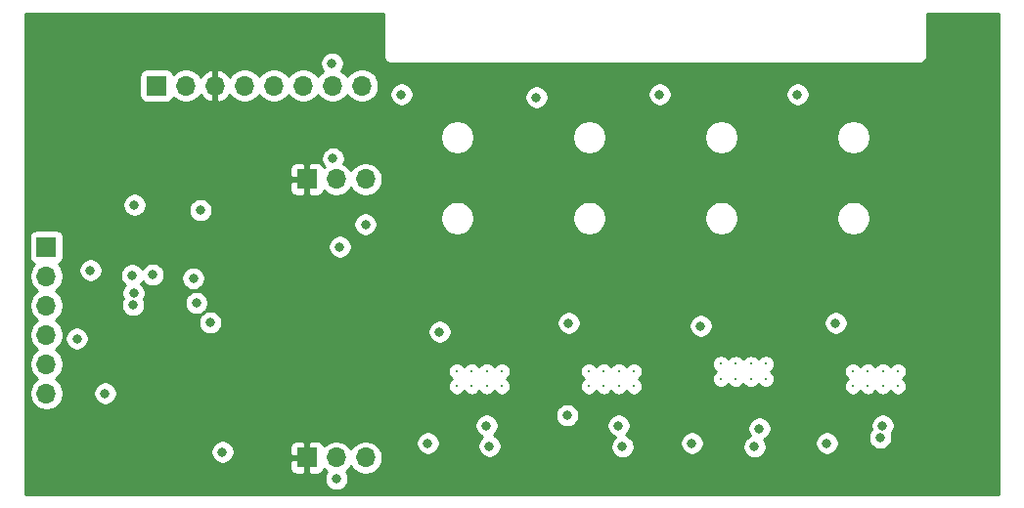
<source format=gbr>
%TF.GenerationSoftware,KiCad,Pcbnew,(5.1.6)-1*%
%TF.CreationDate,2020-09-27T21:03:48-07:00*%
%TF.ProjectId,piezodriver,7069657a-6f64-4726-9976-65722e6b6963,rev?*%
%TF.SameCoordinates,Original*%
%TF.FileFunction,Copper,L3,Inr*%
%TF.FilePolarity,Positive*%
%FSLAX46Y46*%
G04 Gerber Fmt 4.6, Leading zero omitted, Abs format (unit mm)*
G04 Created by KiCad (PCBNEW (5.1.6)-1) date 2020-09-27 21:03:48*
%MOMM*%
%LPD*%
G01*
G04 APERTURE LIST*
%TA.AperFunction,ViaPad*%
%ADD10O,1.700000X1.700000*%
%TD*%
%TA.AperFunction,ViaPad*%
%ADD11R,1.700000X1.700000*%
%TD*%
%TA.AperFunction,ViaPad*%
%ADD12C,0.300000*%
%TD*%
%TA.AperFunction,ViaPad*%
%ADD13C,0.800000*%
%TD*%
%TA.AperFunction,Conductor*%
%ADD14C,0.254000*%
%TD*%
G04 APERTURE END LIST*
D10*
%TO.N,VCC*%
%TO.C,J2*%
X173990000Y-81280000D03*
%TO.N,GND*%
X173990000Y-78740000D03*
%TO.N,Net-(J2-Pad4)*%
X173990000Y-76200000D03*
%TO.N,Net-(J2-Pad3)*%
X173990000Y-73660000D03*
%TO.N,Net-(J2-Pad2)*%
X173990000Y-71120000D03*
D11*
%TO.N,Net-(J2-Pad1)*%
X173990000Y-68580000D03*
%TD*%
D12*
%TO.N,N/C*%
%TO.C,U6*%
X247695000Y-79360000D03*
X247695000Y-80660000D03*
X246395000Y-79360000D03*
X246395000Y-80660000D03*
X245095000Y-79360000D03*
X245095000Y-80660000D03*
X243795000Y-79360000D03*
X243795000Y-80660000D03*
%TD*%
%TO.N,N/C*%
%TO.C,U5*%
X236265000Y-78725000D03*
X236265000Y-80025000D03*
X234965000Y-78725000D03*
X234965000Y-80025000D03*
X233665000Y-78725000D03*
X233665000Y-80025000D03*
X232365000Y-78725000D03*
X232365000Y-80025000D03*
%TD*%
%TO.N,N/C*%
%TO.C,U4*%
X224835000Y-79360000D03*
X224835000Y-80660000D03*
X223535000Y-79360000D03*
X223535000Y-80660000D03*
X222235000Y-79360000D03*
X222235000Y-80660000D03*
X220935000Y-79360000D03*
X220935000Y-80660000D03*
%TD*%
%TO.N,N/C*%
%TO.C,U3*%
X213405000Y-79360000D03*
X213405000Y-80660000D03*
X212105000Y-79360000D03*
X212105000Y-80660000D03*
X210805000Y-79360000D03*
X210805000Y-80660000D03*
X209505000Y-79360000D03*
X209505000Y-80660000D03*
%TD*%
D10*
%TO.N,/CH8*%
%TO.C,J4*%
X201295000Y-54610000D03*
%TO.N,/CH7*%
X198755000Y-54610000D03*
%TO.N,/CH6*%
X196215000Y-54610000D03*
%TO.N,/CH5*%
X193675000Y-54610000D03*
%TO.N,-VDC*%
X191135000Y-54610000D03*
%TO.N,+VDC*%
X188595000Y-54610000D03*
%TO.N,/opampdriver/BIAS*%
X186055000Y-54610000D03*
D11*
%TO.N,GND*%
X183515000Y-54610000D03*
%TD*%
D10*
%TO.N,-VDC*%
%TO.C,J3*%
X201617580Y-86847680D03*
%TO.N,GND*%
X199077580Y-86847680D03*
D11*
%TO.N,+VDC*%
X196537580Y-86847680D03*
%TD*%
D10*
%TO.N,-VDC*%
%TO.C,J1*%
X201617580Y-62717680D03*
%TO.N,GND*%
X199077580Y-62717680D03*
D11*
%TO.N,+VDC*%
X196537580Y-62717680D03*
%TD*%
D13*
%TO.N,VCC*%
X181610000Y-64947800D03*
X181406800Y-71043800D03*
%TO.N,Net-(C4-Pad2)*%
X207010000Y-85598000D03*
X208026000Y-75946000D03*
%TO.N,Net-(C5-Pad2)*%
X219202000Y-75184000D03*
X219075000Y-83185000D03*
%TO.N,Net-(C6-Pad2)*%
X229870000Y-85598000D03*
X230632000Y-75438000D03*
%TO.N,Net-(C7-Pad2)*%
X241554000Y-85598000D03*
X242316000Y-75184000D03*
%TO.N,-VDC*%
X201599800Y-66624200D03*
%TO.N,GND*%
X204724000Y-55372000D03*
X216408000Y-55626000D03*
X227076000Y-55372000D03*
X239014000Y-55372000D03*
X199085200Y-88696800D03*
X198794797Y-60920203D03*
X179070000Y-81280000D03*
X189230000Y-86360000D03*
X187325000Y-65405000D03*
X186695125Y-71314306D03*
X177800000Y-70612000D03*
%TO.N,+VDC*%
X203708000Y-79248000D03*
X215646000Y-79502000D03*
X211074000Y-75438000D03*
X221996000Y-75184000D03*
X226822000Y-80010000D03*
X233934000Y-74930000D03*
X238252000Y-78994000D03*
X245110000Y-75438000D03*
X196545200Y-60985400D03*
X196545200Y-88544400D03*
%TO.N,Net-(J2-Pad2)*%
X183184800Y-70993000D03*
%TO.N,/CH7*%
X176632291Y-76530891D03*
X198704200Y-52679600D03*
%TO.N,/opampdriver/SIG*%
X181533800Y-72593200D03*
X212344000Y-85852000D03*
%TO.N,/sheet5F77FFF0/SIG*%
X186969400Y-73443200D03*
X223850200Y-85898010D03*
%TO.N,/sheet5F78069E/SIG*%
X181508400Y-73609200D03*
X235280200Y-85898010D03*
%TO.N,/sheet5F780C4A/SIG*%
X188163200Y-75143201D03*
X246170642Y-85109242D03*
%TO.N,/opampdriver/BIAS*%
X235712000Y-84328000D03*
X246380000Y-84074000D03*
X223520000Y-84074000D03*
X212090000Y-84074000D03*
X199390000Y-68580000D03*
%TD*%
D14*
%TO.N,+VDC*%
G36*
X203175001Y-52037571D02*
G01*
X203171807Y-52070000D01*
X203184550Y-52199383D01*
X203222290Y-52323793D01*
X203283575Y-52438450D01*
X203366052Y-52538948D01*
X203466550Y-52621425D01*
X203581207Y-52682710D01*
X203705617Y-52720450D01*
X203802581Y-52730000D01*
X203835000Y-52733193D01*
X203867419Y-52730000D01*
X249522581Y-52730000D01*
X249555000Y-52733193D01*
X249587419Y-52730000D01*
X249684383Y-52720450D01*
X249808793Y-52682710D01*
X249923450Y-52621425D01*
X250023948Y-52538948D01*
X250106425Y-52438450D01*
X250167710Y-52323793D01*
X250205450Y-52199383D01*
X250218193Y-52070000D01*
X250215000Y-52037581D01*
X250215000Y-48387000D01*
X256413000Y-48387000D01*
X256413000Y-90043000D01*
X172212000Y-90043000D01*
X172212000Y-87697680D01*
X195049508Y-87697680D01*
X195061768Y-87822162D01*
X195098078Y-87941860D01*
X195157043Y-88052174D01*
X195236395Y-88148865D01*
X195333086Y-88228217D01*
X195443400Y-88287182D01*
X195563098Y-88323492D01*
X195687580Y-88335752D01*
X196251830Y-88332680D01*
X196410580Y-88173930D01*
X196410580Y-86974680D01*
X195211330Y-86974680D01*
X195052580Y-87133430D01*
X195049508Y-87697680D01*
X172212000Y-87697680D01*
X172212000Y-86258061D01*
X188195000Y-86258061D01*
X188195000Y-86461939D01*
X188234774Y-86661898D01*
X188312795Y-86850256D01*
X188426063Y-87019774D01*
X188570226Y-87163937D01*
X188739744Y-87277205D01*
X188928102Y-87355226D01*
X189128061Y-87395000D01*
X189331939Y-87395000D01*
X189531898Y-87355226D01*
X189720256Y-87277205D01*
X189889774Y-87163937D01*
X190033937Y-87019774D01*
X190147205Y-86850256D01*
X190225226Y-86661898D01*
X190265000Y-86461939D01*
X190265000Y-86258061D01*
X190225226Y-86058102D01*
X190200199Y-85997680D01*
X195049508Y-85997680D01*
X195052580Y-86561930D01*
X195211330Y-86720680D01*
X196410580Y-86720680D01*
X196410580Y-85521430D01*
X196664580Y-85521430D01*
X196664580Y-86720680D01*
X196684580Y-86720680D01*
X196684580Y-86974680D01*
X196664580Y-86974680D01*
X196664580Y-88173930D01*
X196823330Y-88332680D01*
X197387580Y-88335752D01*
X197512062Y-88323492D01*
X197631760Y-88287182D01*
X197742074Y-88228217D01*
X197838765Y-88148865D01*
X197918117Y-88052174D01*
X197977082Y-87941860D01*
X197999093Y-87869300D01*
X198130948Y-88001155D01*
X198251437Y-88081663D01*
X198167995Y-88206544D01*
X198089974Y-88394902D01*
X198050200Y-88594861D01*
X198050200Y-88798739D01*
X198089974Y-88998698D01*
X198167995Y-89187056D01*
X198281263Y-89356574D01*
X198425426Y-89500737D01*
X198594944Y-89614005D01*
X198783302Y-89692026D01*
X198983261Y-89731800D01*
X199187139Y-89731800D01*
X199387098Y-89692026D01*
X199575456Y-89614005D01*
X199744974Y-89500737D01*
X199889137Y-89356574D01*
X200002405Y-89187056D01*
X200080426Y-88998698D01*
X200120200Y-88798739D01*
X200120200Y-88594861D01*
X200080426Y-88394902D01*
X200002405Y-88206544D01*
X199914259Y-88074623D01*
X200024212Y-88001155D01*
X200231055Y-87794312D01*
X200347580Y-87619920D01*
X200464105Y-87794312D01*
X200670948Y-88001155D01*
X200914169Y-88163670D01*
X201184422Y-88275612D01*
X201471320Y-88332680D01*
X201763840Y-88332680D01*
X202050738Y-88275612D01*
X202320991Y-88163670D01*
X202564212Y-88001155D01*
X202771055Y-87794312D01*
X202933570Y-87551091D01*
X203045512Y-87280838D01*
X203102580Y-86993940D01*
X203102580Y-86701420D01*
X203045512Y-86414522D01*
X202933570Y-86144269D01*
X202771055Y-85901048D01*
X202564212Y-85694205D01*
X202320991Y-85531690D01*
X202234975Y-85496061D01*
X205975000Y-85496061D01*
X205975000Y-85699939D01*
X206014774Y-85899898D01*
X206092795Y-86088256D01*
X206206063Y-86257774D01*
X206350226Y-86401937D01*
X206519744Y-86515205D01*
X206708102Y-86593226D01*
X206908061Y-86633000D01*
X207111939Y-86633000D01*
X207311898Y-86593226D01*
X207500256Y-86515205D01*
X207669774Y-86401937D01*
X207813937Y-86257774D01*
X207927205Y-86088256D01*
X208005226Y-85899898D01*
X208045000Y-85699939D01*
X208045000Y-85496061D01*
X208005226Y-85296102D01*
X207927205Y-85107744D01*
X207813937Y-84938226D01*
X207669774Y-84794063D01*
X207500256Y-84680795D01*
X207311898Y-84602774D01*
X207111939Y-84563000D01*
X206908061Y-84563000D01*
X206708102Y-84602774D01*
X206519744Y-84680795D01*
X206350226Y-84794063D01*
X206206063Y-84938226D01*
X206092795Y-85107744D01*
X206014774Y-85296102D01*
X205975000Y-85496061D01*
X202234975Y-85496061D01*
X202050738Y-85419748D01*
X201763840Y-85362680D01*
X201471320Y-85362680D01*
X201184422Y-85419748D01*
X200914169Y-85531690D01*
X200670948Y-85694205D01*
X200464105Y-85901048D01*
X200347580Y-86075440D01*
X200231055Y-85901048D01*
X200024212Y-85694205D01*
X199780991Y-85531690D01*
X199510738Y-85419748D01*
X199223840Y-85362680D01*
X198931320Y-85362680D01*
X198644422Y-85419748D01*
X198374169Y-85531690D01*
X198130948Y-85694205D01*
X197999093Y-85826060D01*
X197977082Y-85753500D01*
X197918117Y-85643186D01*
X197838765Y-85546495D01*
X197742074Y-85467143D01*
X197631760Y-85408178D01*
X197512062Y-85371868D01*
X197387580Y-85359608D01*
X196823330Y-85362680D01*
X196664580Y-85521430D01*
X196410580Y-85521430D01*
X196251830Y-85362680D01*
X195687580Y-85359608D01*
X195563098Y-85371868D01*
X195443400Y-85408178D01*
X195333086Y-85467143D01*
X195236395Y-85546495D01*
X195157043Y-85643186D01*
X195098078Y-85753500D01*
X195061768Y-85873198D01*
X195049508Y-85997680D01*
X190200199Y-85997680D01*
X190147205Y-85869744D01*
X190033937Y-85700226D01*
X189889774Y-85556063D01*
X189720256Y-85442795D01*
X189531898Y-85364774D01*
X189331939Y-85325000D01*
X189128061Y-85325000D01*
X188928102Y-85364774D01*
X188739744Y-85442795D01*
X188570226Y-85556063D01*
X188426063Y-85700226D01*
X188312795Y-85869744D01*
X188234774Y-86058102D01*
X188195000Y-86258061D01*
X172212000Y-86258061D01*
X172212000Y-83972061D01*
X211055000Y-83972061D01*
X211055000Y-84175939D01*
X211094774Y-84375898D01*
X211172795Y-84564256D01*
X211286063Y-84733774D01*
X211430226Y-84877937D01*
X211599744Y-84991205D01*
X211704426Y-85034566D01*
X211684226Y-85048063D01*
X211540063Y-85192226D01*
X211426795Y-85361744D01*
X211348774Y-85550102D01*
X211309000Y-85750061D01*
X211309000Y-85953939D01*
X211348774Y-86153898D01*
X211426795Y-86342256D01*
X211540063Y-86511774D01*
X211684226Y-86655937D01*
X211853744Y-86769205D01*
X212042102Y-86847226D01*
X212242061Y-86887000D01*
X212445939Y-86887000D01*
X212645898Y-86847226D01*
X212834256Y-86769205D01*
X213003774Y-86655937D01*
X213147937Y-86511774D01*
X213261205Y-86342256D01*
X213339226Y-86153898D01*
X213379000Y-85953939D01*
X213379000Y-85750061D01*
X213339226Y-85550102D01*
X213261205Y-85361744D01*
X213147937Y-85192226D01*
X213003774Y-85048063D01*
X212834256Y-84934795D01*
X212729574Y-84891434D01*
X212749774Y-84877937D01*
X212893937Y-84733774D01*
X213007205Y-84564256D01*
X213085226Y-84375898D01*
X213125000Y-84175939D01*
X213125000Y-83972061D01*
X213085226Y-83772102D01*
X213007205Y-83583744D01*
X212893937Y-83414226D01*
X212749774Y-83270063D01*
X212580256Y-83156795D01*
X212402248Y-83083061D01*
X218040000Y-83083061D01*
X218040000Y-83286939D01*
X218079774Y-83486898D01*
X218157795Y-83675256D01*
X218271063Y-83844774D01*
X218415226Y-83988937D01*
X218584744Y-84102205D01*
X218773102Y-84180226D01*
X218973061Y-84220000D01*
X219176939Y-84220000D01*
X219376898Y-84180226D01*
X219565256Y-84102205D01*
X219734774Y-83988937D01*
X219751650Y-83972061D01*
X222485000Y-83972061D01*
X222485000Y-84175939D01*
X222524774Y-84375898D01*
X222602795Y-84564256D01*
X222716063Y-84733774D01*
X222860226Y-84877937D01*
X223029744Y-84991205D01*
X223218102Y-85069226D01*
X223225431Y-85070684D01*
X223190426Y-85094073D01*
X223046263Y-85238236D01*
X222932995Y-85407754D01*
X222854974Y-85596112D01*
X222815200Y-85796071D01*
X222815200Y-85999949D01*
X222854974Y-86199908D01*
X222932995Y-86388266D01*
X223046263Y-86557784D01*
X223190426Y-86701947D01*
X223359944Y-86815215D01*
X223548302Y-86893236D01*
X223748261Y-86933010D01*
X223952139Y-86933010D01*
X224152098Y-86893236D01*
X224340456Y-86815215D01*
X224509974Y-86701947D01*
X224654137Y-86557784D01*
X224767405Y-86388266D01*
X224845426Y-86199908D01*
X224885200Y-85999949D01*
X224885200Y-85796071D01*
X224845426Y-85596112D01*
X224803984Y-85496061D01*
X228835000Y-85496061D01*
X228835000Y-85699939D01*
X228874774Y-85899898D01*
X228952795Y-86088256D01*
X229066063Y-86257774D01*
X229210226Y-86401937D01*
X229379744Y-86515205D01*
X229568102Y-86593226D01*
X229768061Y-86633000D01*
X229971939Y-86633000D01*
X230171898Y-86593226D01*
X230360256Y-86515205D01*
X230529774Y-86401937D01*
X230673937Y-86257774D01*
X230787205Y-86088256D01*
X230865226Y-85899898D01*
X230885878Y-85796071D01*
X234245200Y-85796071D01*
X234245200Y-85999949D01*
X234284974Y-86199908D01*
X234362995Y-86388266D01*
X234476263Y-86557784D01*
X234620426Y-86701947D01*
X234789944Y-86815215D01*
X234978302Y-86893236D01*
X235178261Y-86933010D01*
X235382139Y-86933010D01*
X235582098Y-86893236D01*
X235770456Y-86815215D01*
X235939974Y-86701947D01*
X236084137Y-86557784D01*
X236197405Y-86388266D01*
X236275426Y-86199908D01*
X236315200Y-85999949D01*
X236315200Y-85796071D01*
X236275426Y-85596112D01*
X236233984Y-85496061D01*
X240519000Y-85496061D01*
X240519000Y-85699939D01*
X240558774Y-85899898D01*
X240636795Y-86088256D01*
X240750063Y-86257774D01*
X240894226Y-86401937D01*
X241063744Y-86515205D01*
X241252102Y-86593226D01*
X241452061Y-86633000D01*
X241655939Y-86633000D01*
X241855898Y-86593226D01*
X242044256Y-86515205D01*
X242213774Y-86401937D01*
X242357937Y-86257774D01*
X242471205Y-86088256D01*
X242549226Y-85899898D01*
X242589000Y-85699939D01*
X242589000Y-85496061D01*
X242549226Y-85296102D01*
X242471205Y-85107744D01*
X242404093Y-85007303D01*
X245135642Y-85007303D01*
X245135642Y-85211181D01*
X245175416Y-85411140D01*
X245253437Y-85599498D01*
X245366705Y-85769016D01*
X245510868Y-85913179D01*
X245680386Y-86026447D01*
X245868744Y-86104468D01*
X246068703Y-86144242D01*
X246272581Y-86144242D01*
X246472540Y-86104468D01*
X246660898Y-86026447D01*
X246830416Y-85913179D01*
X246974579Y-85769016D01*
X247087847Y-85599498D01*
X247165868Y-85411140D01*
X247205642Y-85211181D01*
X247205642Y-85007303D01*
X247165868Y-84807344D01*
X247149612Y-84768099D01*
X247183937Y-84733774D01*
X247297205Y-84564256D01*
X247375226Y-84375898D01*
X247415000Y-84175939D01*
X247415000Y-83972061D01*
X247375226Y-83772102D01*
X247297205Y-83583744D01*
X247183937Y-83414226D01*
X247039774Y-83270063D01*
X246870256Y-83156795D01*
X246681898Y-83078774D01*
X246481939Y-83039000D01*
X246278061Y-83039000D01*
X246078102Y-83078774D01*
X245889744Y-83156795D01*
X245720226Y-83270063D01*
X245576063Y-83414226D01*
X245462795Y-83583744D01*
X245384774Y-83772102D01*
X245345000Y-83972061D01*
X245345000Y-84175939D01*
X245384774Y-84375898D01*
X245401030Y-84415143D01*
X245366705Y-84449468D01*
X245253437Y-84618986D01*
X245175416Y-84807344D01*
X245135642Y-85007303D01*
X242404093Y-85007303D01*
X242357937Y-84938226D01*
X242213774Y-84794063D01*
X242044256Y-84680795D01*
X241855898Y-84602774D01*
X241655939Y-84563000D01*
X241452061Y-84563000D01*
X241252102Y-84602774D01*
X241063744Y-84680795D01*
X240894226Y-84794063D01*
X240750063Y-84938226D01*
X240636795Y-85107744D01*
X240558774Y-85296102D01*
X240519000Y-85496061D01*
X236233984Y-85496061D01*
X236197405Y-85407754D01*
X236113389Y-85282015D01*
X236202256Y-85245205D01*
X236371774Y-85131937D01*
X236515937Y-84987774D01*
X236629205Y-84818256D01*
X236707226Y-84629898D01*
X236747000Y-84429939D01*
X236747000Y-84226061D01*
X236707226Y-84026102D01*
X236629205Y-83837744D01*
X236515937Y-83668226D01*
X236371774Y-83524063D01*
X236202256Y-83410795D01*
X236013898Y-83332774D01*
X235813939Y-83293000D01*
X235610061Y-83293000D01*
X235410102Y-83332774D01*
X235221744Y-83410795D01*
X235052226Y-83524063D01*
X234908063Y-83668226D01*
X234794795Y-83837744D01*
X234716774Y-84026102D01*
X234677000Y-84226061D01*
X234677000Y-84429939D01*
X234716774Y-84629898D01*
X234794795Y-84818256D01*
X234878811Y-84943995D01*
X234789944Y-84980805D01*
X234620426Y-85094073D01*
X234476263Y-85238236D01*
X234362995Y-85407754D01*
X234284974Y-85596112D01*
X234245200Y-85796071D01*
X230885878Y-85796071D01*
X230905000Y-85699939D01*
X230905000Y-85496061D01*
X230865226Y-85296102D01*
X230787205Y-85107744D01*
X230673937Y-84938226D01*
X230529774Y-84794063D01*
X230360256Y-84680795D01*
X230171898Y-84602774D01*
X229971939Y-84563000D01*
X229768061Y-84563000D01*
X229568102Y-84602774D01*
X229379744Y-84680795D01*
X229210226Y-84794063D01*
X229066063Y-84938226D01*
X228952795Y-85107744D01*
X228874774Y-85296102D01*
X228835000Y-85496061D01*
X224803984Y-85496061D01*
X224767405Y-85407754D01*
X224654137Y-85238236D01*
X224509974Y-85094073D01*
X224340456Y-84980805D01*
X224152098Y-84902784D01*
X224144769Y-84901326D01*
X224179774Y-84877937D01*
X224323937Y-84733774D01*
X224437205Y-84564256D01*
X224515226Y-84375898D01*
X224555000Y-84175939D01*
X224555000Y-83972061D01*
X224515226Y-83772102D01*
X224437205Y-83583744D01*
X224323937Y-83414226D01*
X224179774Y-83270063D01*
X224010256Y-83156795D01*
X223821898Y-83078774D01*
X223621939Y-83039000D01*
X223418061Y-83039000D01*
X223218102Y-83078774D01*
X223029744Y-83156795D01*
X222860226Y-83270063D01*
X222716063Y-83414226D01*
X222602795Y-83583744D01*
X222524774Y-83772102D01*
X222485000Y-83972061D01*
X219751650Y-83972061D01*
X219878937Y-83844774D01*
X219992205Y-83675256D01*
X220070226Y-83486898D01*
X220110000Y-83286939D01*
X220110000Y-83083061D01*
X220070226Y-82883102D01*
X219992205Y-82694744D01*
X219878937Y-82525226D01*
X219734774Y-82381063D01*
X219565256Y-82267795D01*
X219376898Y-82189774D01*
X219176939Y-82150000D01*
X218973061Y-82150000D01*
X218773102Y-82189774D01*
X218584744Y-82267795D01*
X218415226Y-82381063D01*
X218271063Y-82525226D01*
X218157795Y-82694744D01*
X218079774Y-82883102D01*
X218040000Y-83083061D01*
X212402248Y-83083061D01*
X212391898Y-83078774D01*
X212191939Y-83039000D01*
X211988061Y-83039000D01*
X211788102Y-83078774D01*
X211599744Y-83156795D01*
X211430226Y-83270063D01*
X211286063Y-83414226D01*
X211172795Y-83583744D01*
X211094774Y-83772102D01*
X211055000Y-83972061D01*
X172212000Y-83972061D01*
X172212000Y-67730000D01*
X172501928Y-67730000D01*
X172501928Y-69430000D01*
X172514188Y-69554482D01*
X172550498Y-69674180D01*
X172609463Y-69784494D01*
X172688815Y-69881185D01*
X172785506Y-69960537D01*
X172895820Y-70019502D01*
X172968380Y-70041513D01*
X172836525Y-70173368D01*
X172674010Y-70416589D01*
X172562068Y-70686842D01*
X172505000Y-70973740D01*
X172505000Y-71266260D01*
X172562068Y-71553158D01*
X172674010Y-71823411D01*
X172836525Y-72066632D01*
X173043368Y-72273475D01*
X173217760Y-72390000D01*
X173043368Y-72506525D01*
X172836525Y-72713368D01*
X172674010Y-72956589D01*
X172562068Y-73226842D01*
X172505000Y-73513740D01*
X172505000Y-73806260D01*
X172562068Y-74093158D01*
X172674010Y-74363411D01*
X172836525Y-74606632D01*
X173043368Y-74813475D01*
X173217760Y-74930000D01*
X173043368Y-75046525D01*
X172836525Y-75253368D01*
X172674010Y-75496589D01*
X172562068Y-75766842D01*
X172505000Y-76053740D01*
X172505000Y-76346260D01*
X172562068Y-76633158D01*
X172674010Y-76903411D01*
X172836525Y-77146632D01*
X173043368Y-77353475D01*
X173217760Y-77470000D01*
X173043368Y-77586525D01*
X172836525Y-77793368D01*
X172674010Y-78036589D01*
X172562068Y-78306842D01*
X172505000Y-78593740D01*
X172505000Y-78886260D01*
X172562068Y-79173158D01*
X172674010Y-79443411D01*
X172836525Y-79686632D01*
X173043368Y-79893475D01*
X173217760Y-80010000D01*
X173043368Y-80126525D01*
X172836525Y-80333368D01*
X172674010Y-80576589D01*
X172562068Y-80846842D01*
X172505000Y-81133740D01*
X172505000Y-81426260D01*
X172562068Y-81713158D01*
X172674010Y-81983411D01*
X172836525Y-82226632D01*
X173043368Y-82433475D01*
X173286589Y-82595990D01*
X173556842Y-82707932D01*
X173843740Y-82765000D01*
X174136260Y-82765000D01*
X174423158Y-82707932D01*
X174693411Y-82595990D01*
X174936632Y-82433475D01*
X175143475Y-82226632D01*
X175305990Y-81983411D01*
X175417932Y-81713158D01*
X175475000Y-81426260D01*
X175475000Y-81178061D01*
X178035000Y-81178061D01*
X178035000Y-81381939D01*
X178074774Y-81581898D01*
X178152795Y-81770256D01*
X178266063Y-81939774D01*
X178410226Y-82083937D01*
X178579744Y-82197205D01*
X178768102Y-82275226D01*
X178968061Y-82315000D01*
X179171939Y-82315000D01*
X179371898Y-82275226D01*
X179560256Y-82197205D01*
X179729774Y-82083937D01*
X179873937Y-81939774D01*
X179987205Y-81770256D01*
X180065226Y-81581898D01*
X180105000Y-81381939D01*
X180105000Y-81178061D01*
X180065226Y-80978102D01*
X179987205Y-80789744D01*
X179873937Y-80620226D01*
X179729774Y-80476063D01*
X179560256Y-80362795D01*
X179371898Y-80284774D01*
X179171939Y-80245000D01*
X178968061Y-80245000D01*
X178768102Y-80284774D01*
X178579744Y-80362795D01*
X178410226Y-80476063D01*
X178266063Y-80620226D01*
X178152795Y-80789744D01*
X178074774Y-80978102D01*
X178035000Y-81178061D01*
X175475000Y-81178061D01*
X175475000Y-81133740D01*
X175417932Y-80846842D01*
X175305990Y-80576589D01*
X175143475Y-80333368D01*
X174936632Y-80126525D01*
X174762240Y-80010000D01*
X174936632Y-79893475D01*
X175143475Y-79686632D01*
X175305990Y-79443411D01*
X175372565Y-79282684D01*
X208720000Y-79282684D01*
X208720000Y-79437316D01*
X208750167Y-79588976D01*
X208809342Y-79731837D01*
X208895251Y-79860408D01*
X209004592Y-79969749D01*
X209064831Y-80010000D01*
X209004592Y-80050251D01*
X208895251Y-80159592D01*
X208809342Y-80288163D01*
X208750167Y-80431024D01*
X208720000Y-80582684D01*
X208720000Y-80737316D01*
X208750167Y-80888976D01*
X208809342Y-81031837D01*
X208895251Y-81160408D01*
X209004592Y-81269749D01*
X209133163Y-81355658D01*
X209276024Y-81414833D01*
X209427684Y-81445000D01*
X209582316Y-81445000D01*
X209733976Y-81414833D01*
X209876837Y-81355658D01*
X210005408Y-81269749D01*
X210114749Y-81160408D01*
X210155000Y-81100169D01*
X210195251Y-81160408D01*
X210304592Y-81269749D01*
X210433163Y-81355658D01*
X210576024Y-81414833D01*
X210727684Y-81445000D01*
X210882316Y-81445000D01*
X211033976Y-81414833D01*
X211176837Y-81355658D01*
X211305408Y-81269749D01*
X211414749Y-81160408D01*
X211455000Y-81100169D01*
X211495251Y-81160408D01*
X211604592Y-81269749D01*
X211733163Y-81355658D01*
X211876024Y-81414833D01*
X212027684Y-81445000D01*
X212182316Y-81445000D01*
X212333976Y-81414833D01*
X212476837Y-81355658D01*
X212605408Y-81269749D01*
X212714749Y-81160408D01*
X212755000Y-81100169D01*
X212795251Y-81160408D01*
X212904592Y-81269749D01*
X213033163Y-81355658D01*
X213176024Y-81414833D01*
X213327684Y-81445000D01*
X213482316Y-81445000D01*
X213633976Y-81414833D01*
X213776837Y-81355658D01*
X213905408Y-81269749D01*
X214014749Y-81160408D01*
X214100658Y-81031837D01*
X214159833Y-80888976D01*
X214190000Y-80737316D01*
X214190000Y-80582684D01*
X214159833Y-80431024D01*
X214100658Y-80288163D01*
X214014749Y-80159592D01*
X213905408Y-80050251D01*
X213845169Y-80010000D01*
X213905408Y-79969749D01*
X214014749Y-79860408D01*
X214100658Y-79731837D01*
X214159833Y-79588976D01*
X214190000Y-79437316D01*
X214190000Y-79282684D01*
X220150000Y-79282684D01*
X220150000Y-79437316D01*
X220180167Y-79588976D01*
X220239342Y-79731837D01*
X220325251Y-79860408D01*
X220434592Y-79969749D01*
X220494831Y-80010000D01*
X220434592Y-80050251D01*
X220325251Y-80159592D01*
X220239342Y-80288163D01*
X220180167Y-80431024D01*
X220150000Y-80582684D01*
X220150000Y-80737316D01*
X220180167Y-80888976D01*
X220239342Y-81031837D01*
X220325251Y-81160408D01*
X220434592Y-81269749D01*
X220563163Y-81355658D01*
X220706024Y-81414833D01*
X220857684Y-81445000D01*
X221012316Y-81445000D01*
X221163976Y-81414833D01*
X221306837Y-81355658D01*
X221435408Y-81269749D01*
X221544749Y-81160408D01*
X221585000Y-81100169D01*
X221625251Y-81160408D01*
X221734592Y-81269749D01*
X221863163Y-81355658D01*
X222006024Y-81414833D01*
X222157684Y-81445000D01*
X222312316Y-81445000D01*
X222463976Y-81414833D01*
X222606837Y-81355658D01*
X222735408Y-81269749D01*
X222844749Y-81160408D01*
X222885000Y-81100169D01*
X222925251Y-81160408D01*
X223034592Y-81269749D01*
X223163163Y-81355658D01*
X223306024Y-81414833D01*
X223457684Y-81445000D01*
X223612316Y-81445000D01*
X223763976Y-81414833D01*
X223906837Y-81355658D01*
X224035408Y-81269749D01*
X224144749Y-81160408D01*
X224185000Y-81100169D01*
X224225251Y-81160408D01*
X224334592Y-81269749D01*
X224463163Y-81355658D01*
X224606024Y-81414833D01*
X224757684Y-81445000D01*
X224912316Y-81445000D01*
X225063976Y-81414833D01*
X225206837Y-81355658D01*
X225335408Y-81269749D01*
X225444749Y-81160408D01*
X225530658Y-81031837D01*
X225589833Y-80888976D01*
X225620000Y-80737316D01*
X225620000Y-80582684D01*
X225589833Y-80431024D01*
X225530658Y-80288163D01*
X225444749Y-80159592D01*
X225335408Y-80050251D01*
X225275169Y-80010000D01*
X225335408Y-79969749D01*
X225444749Y-79860408D01*
X225530658Y-79731837D01*
X225589833Y-79588976D01*
X225620000Y-79437316D01*
X225620000Y-79282684D01*
X225589833Y-79131024D01*
X225530658Y-78988163D01*
X225444749Y-78859592D01*
X225335408Y-78750251D01*
X225206837Y-78664342D01*
X225166622Y-78647684D01*
X231580000Y-78647684D01*
X231580000Y-78802316D01*
X231610167Y-78953976D01*
X231669342Y-79096837D01*
X231755251Y-79225408D01*
X231864592Y-79334749D01*
X231924831Y-79375000D01*
X231864592Y-79415251D01*
X231755251Y-79524592D01*
X231669342Y-79653163D01*
X231610167Y-79796024D01*
X231580000Y-79947684D01*
X231580000Y-80102316D01*
X231610167Y-80253976D01*
X231669342Y-80396837D01*
X231755251Y-80525408D01*
X231864592Y-80634749D01*
X231993163Y-80720658D01*
X232136024Y-80779833D01*
X232287684Y-80810000D01*
X232442316Y-80810000D01*
X232593976Y-80779833D01*
X232736837Y-80720658D01*
X232865408Y-80634749D01*
X232974749Y-80525408D01*
X233015000Y-80465169D01*
X233055251Y-80525408D01*
X233164592Y-80634749D01*
X233293163Y-80720658D01*
X233436024Y-80779833D01*
X233587684Y-80810000D01*
X233742316Y-80810000D01*
X233893976Y-80779833D01*
X234036837Y-80720658D01*
X234165408Y-80634749D01*
X234274749Y-80525408D01*
X234315000Y-80465169D01*
X234355251Y-80525408D01*
X234464592Y-80634749D01*
X234593163Y-80720658D01*
X234736024Y-80779833D01*
X234887684Y-80810000D01*
X235042316Y-80810000D01*
X235193976Y-80779833D01*
X235336837Y-80720658D01*
X235465408Y-80634749D01*
X235574749Y-80525408D01*
X235615000Y-80465169D01*
X235655251Y-80525408D01*
X235764592Y-80634749D01*
X235893163Y-80720658D01*
X236036024Y-80779833D01*
X236187684Y-80810000D01*
X236342316Y-80810000D01*
X236493976Y-80779833D01*
X236636837Y-80720658D01*
X236765408Y-80634749D01*
X236874749Y-80525408D01*
X236960658Y-80396837D01*
X237019833Y-80253976D01*
X237050000Y-80102316D01*
X237050000Y-79947684D01*
X237019833Y-79796024D01*
X236960658Y-79653163D01*
X236874749Y-79524592D01*
X236765408Y-79415251D01*
X236705169Y-79375000D01*
X236765408Y-79334749D01*
X236817473Y-79282684D01*
X243010000Y-79282684D01*
X243010000Y-79437316D01*
X243040167Y-79588976D01*
X243099342Y-79731837D01*
X243185251Y-79860408D01*
X243294592Y-79969749D01*
X243354831Y-80010000D01*
X243294592Y-80050251D01*
X243185251Y-80159592D01*
X243099342Y-80288163D01*
X243040167Y-80431024D01*
X243010000Y-80582684D01*
X243010000Y-80737316D01*
X243040167Y-80888976D01*
X243099342Y-81031837D01*
X243185251Y-81160408D01*
X243294592Y-81269749D01*
X243423163Y-81355658D01*
X243566024Y-81414833D01*
X243717684Y-81445000D01*
X243872316Y-81445000D01*
X244023976Y-81414833D01*
X244166837Y-81355658D01*
X244295408Y-81269749D01*
X244404749Y-81160408D01*
X244445000Y-81100169D01*
X244485251Y-81160408D01*
X244594592Y-81269749D01*
X244723163Y-81355658D01*
X244866024Y-81414833D01*
X245017684Y-81445000D01*
X245172316Y-81445000D01*
X245323976Y-81414833D01*
X245466837Y-81355658D01*
X245595408Y-81269749D01*
X245704749Y-81160408D01*
X245745000Y-81100169D01*
X245785251Y-81160408D01*
X245894592Y-81269749D01*
X246023163Y-81355658D01*
X246166024Y-81414833D01*
X246317684Y-81445000D01*
X246472316Y-81445000D01*
X246623976Y-81414833D01*
X246766837Y-81355658D01*
X246895408Y-81269749D01*
X247004749Y-81160408D01*
X247045000Y-81100169D01*
X247085251Y-81160408D01*
X247194592Y-81269749D01*
X247323163Y-81355658D01*
X247466024Y-81414833D01*
X247617684Y-81445000D01*
X247772316Y-81445000D01*
X247923976Y-81414833D01*
X248066837Y-81355658D01*
X248195408Y-81269749D01*
X248304749Y-81160408D01*
X248390658Y-81031837D01*
X248449833Y-80888976D01*
X248480000Y-80737316D01*
X248480000Y-80582684D01*
X248449833Y-80431024D01*
X248390658Y-80288163D01*
X248304749Y-80159592D01*
X248195408Y-80050251D01*
X248135169Y-80010000D01*
X248195408Y-79969749D01*
X248304749Y-79860408D01*
X248390658Y-79731837D01*
X248449833Y-79588976D01*
X248480000Y-79437316D01*
X248480000Y-79282684D01*
X248449833Y-79131024D01*
X248390658Y-78988163D01*
X248304749Y-78859592D01*
X248195408Y-78750251D01*
X248066837Y-78664342D01*
X247923976Y-78605167D01*
X247772316Y-78575000D01*
X247617684Y-78575000D01*
X247466024Y-78605167D01*
X247323163Y-78664342D01*
X247194592Y-78750251D01*
X247085251Y-78859592D01*
X247045000Y-78919831D01*
X247004749Y-78859592D01*
X246895408Y-78750251D01*
X246766837Y-78664342D01*
X246623976Y-78605167D01*
X246472316Y-78575000D01*
X246317684Y-78575000D01*
X246166024Y-78605167D01*
X246023163Y-78664342D01*
X245894592Y-78750251D01*
X245785251Y-78859592D01*
X245745000Y-78919831D01*
X245704749Y-78859592D01*
X245595408Y-78750251D01*
X245466837Y-78664342D01*
X245323976Y-78605167D01*
X245172316Y-78575000D01*
X245017684Y-78575000D01*
X244866024Y-78605167D01*
X244723163Y-78664342D01*
X244594592Y-78750251D01*
X244485251Y-78859592D01*
X244445000Y-78919831D01*
X244404749Y-78859592D01*
X244295408Y-78750251D01*
X244166837Y-78664342D01*
X244023976Y-78605167D01*
X243872316Y-78575000D01*
X243717684Y-78575000D01*
X243566024Y-78605167D01*
X243423163Y-78664342D01*
X243294592Y-78750251D01*
X243185251Y-78859592D01*
X243099342Y-78988163D01*
X243040167Y-79131024D01*
X243010000Y-79282684D01*
X236817473Y-79282684D01*
X236874749Y-79225408D01*
X236960658Y-79096837D01*
X237019833Y-78953976D01*
X237050000Y-78802316D01*
X237050000Y-78647684D01*
X237019833Y-78496024D01*
X236960658Y-78353163D01*
X236874749Y-78224592D01*
X236765408Y-78115251D01*
X236636837Y-78029342D01*
X236493976Y-77970167D01*
X236342316Y-77940000D01*
X236187684Y-77940000D01*
X236036024Y-77970167D01*
X235893163Y-78029342D01*
X235764592Y-78115251D01*
X235655251Y-78224592D01*
X235615000Y-78284831D01*
X235574749Y-78224592D01*
X235465408Y-78115251D01*
X235336837Y-78029342D01*
X235193976Y-77970167D01*
X235042316Y-77940000D01*
X234887684Y-77940000D01*
X234736024Y-77970167D01*
X234593163Y-78029342D01*
X234464592Y-78115251D01*
X234355251Y-78224592D01*
X234315000Y-78284831D01*
X234274749Y-78224592D01*
X234165408Y-78115251D01*
X234036837Y-78029342D01*
X233893976Y-77970167D01*
X233742316Y-77940000D01*
X233587684Y-77940000D01*
X233436024Y-77970167D01*
X233293163Y-78029342D01*
X233164592Y-78115251D01*
X233055251Y-78224592D01*
X233015000Y-78284831D01*
X232974749Y-78224592D01*
X232865408Y-78115251D01*
X232736837Y-78029342D01*
X232593976Y-77970167D01*
X232442316Y-77940000D01*
X232287684Y-77940000D01*
X232136024Y-77970167D01*
X231993163Y-78029342D01*
X231864592Y-78115251D01*
X231755251Y-78224592D01*
X231669342Y-78353163D01*
X231610167Y-78496024D01*
X231580000Y-78647684D01*
X225166622Y-78647684D01*
X225063976Y-78605167D01*
X224912316Y-78575000D01*
X224757684Y-78575000D01*
X224606024Y-78605167D01*
X224463163Y-78664342D01*
X224334592Y-78750251D01*
X224225251Y-78859592D01*
X224185000Y-78919831D01*
X224144749Y-78859592D01*
X224035408Y-78750251D01*
X223906837Y-78664342D01*
X223763976Y-78605167D01*
X223612316Y-78575000D01*
X223457684Y-78575000D01*
X223306024Y-78605167D01*
X223163163Y-78664342D01*
X223034592Y-78750251D01*
X222925251Y-78859592D01*
X222885000Y-78919831D01*
X222844749Y-78859592D01*
X222735408Y-78750251D01*
X222606837Y-78664342D01*
X222463976Y-78605167D01*
X222312316Y-78575000D01*
X222157684Y-78575000D01*
X222006024Y-78605167D01*
X221863163Y-78664342D01*
X221734592Y-78750251D01*
X221625251Y-78859592D01*
X221585000Y-78919831D01*
X221544749Y-78859592D01*
X221435408Y-78750251D01*
X221306837Y-78664342D01*
X221163976Y-78605167D01*
X221012316Y-78575000D01*
X220857684Y-78575000D01*
X220706024Y-78605167D01*
X220563163Y-78664342D01*
X220434592Y-78750251D01*
X220325251Y-78859592D01*
X220239342Y-78988163D01*
X220180167Y-79131024D01*
X220150000Y-79282684D01*
X214190000Y-79282684D01*
X214159833Y-79131024D01*
X214100658Y-78988163D01*
X214014749Y-78859592D01*
X213905408Y-78750251D01*
X213776837Y-78664342D01*
X213633976Y-78605167D01*
X213482316Y-78575000D01*
X213327684Y-78575000D01*
X213176024Y-78605167D01*
X213033163Y-78664342D01*
X212904592Y-78750251D01*
X212795251Y-78859592D01*
X212755000Y-78919831D01*
X212714749Y-78859592D01*
X212605408Y-78750251D01*
X212476837Y-78664342D01*
X212333976Y-78605167D01*
X212182316Y-78575000D01*
X212027684Y-78575000D01*
X211876024Y-78605167D01*
X211733163Y-78664342D01*
X211604592Y-78750251D01*
X211495251Y-78859592D01*
X211455000Y-78919831D01*
X211414749Y-78859592D01*
X211305408Y-78750251D01*
X211176837Y-78664342D01*
X211033976Y-78605167D01*
X210882316Y-78575000D01*
X210727684Y-78575000D01*
X210576024Y-78605167D01*
X210433163Y-78664342D01*
X210304592Y-78750251D01*
X210195251Y-78859592D01*
X210155000Y-78919831D01*
X210114749Y-78859592D01*
X210005408Y-78750251D01*
X209876837Y-78664342D01*
X209733976Y-78605167D01*
X209582316Y-78575000D01*
X209427684Y-78575000D01*
X209276024Y-78605167D01*
X209133163Y-78664342D01*
X209004592Y-78750251D01*
X208895251Y-78859592D01*
X208809342Y-78988163D01*
X208750167Y-79131024D01*
X208720000Y-79282684D01*
X175372565Y-79282684D01*
X175417932Y-79173158D01*
X175475000Y-78886260D01*
X175475000Y-78593740D01*
X175417932Y-78306842D01*
X175305990Y-78036589D01*
X175143475Y-77793368D01*
X174936632Y-77586525D01*
X174762240Y-77470000D01*
X174936632Y-77353475D01*
X175143475Y-77146632D01*
X175305990Y-76903411D01*
X175417932Y-76633158D01*
X175458551Y-76428952D01*
X175597291Y-76428952D01*
X175597291Y-76632830D01*
X175637065Y-76832789D01*
X175715086Y-77021147D01*
X175828354Y-77190665D01*
X175972517Y-77334828D01*
X176142035Y-77448096D01*
X176330393Y-77526117D01*
X176530352Y-77565891D01*
X176734230Y-77565891D01*
X176934189Y-77526117D01*
X177122547Y-77448096D01*
X177292065Y-77334828D01*
X177436228Y-77190665D01*
X177549496Y-77021147D01*
X177627517Y-76832789D01*
X177667291Y-76632830D01*
X177667291Y-76428952D01*
X177627517Y-76228993D01*
X177549496Y-76040635D01*
X177436228Y-75871117D01*
X177292065Y-75726954D01*
X177122547Y-75613686D01*
X176934189Y-75535665D01*
X176734230Y-75495891D01*
X176530352Y-75495891D01*
X176330393Y-75535665D01*
X176142035Y-75613686D01*
X175972517Y-75726954D01*
X175828354Y-75871117D01*
X175715086Y-76040635D01*
X175637065Y-76228993D01*
X175597291Y-76428952D01*
X175458551Y-76428952D01*
X175475000Y-76346260D01*
X175475000Y-76053740D01*
X175417932Y-75766842D01*
X175305990Y-75496589D01*
X175143475Y-75253368D01*
X174936632Y-75046525D01*
X174928756Y-75041262D01*
X187128200Y-75041262D01*
X187128200Y-75245140D01*
X187167974Y-75445099D01*
X187245995Y-75633457D01*
X187359263Y-75802975D01*
X187503426Y-75947138D01*
X187672944Y-76060406D01*
X187861302Y-76138427D01*
X188061261Y-76178201D01*
X188265139Y-76178201D01*
X188465098Y-76138427D01*
X188653456Y-76060406D01*
X188822974Y-75947138D01*
X188926051Y-75844061D01*
X206991000Y-75844061D01*
X206991000Y-76047939D01*
X207030774Y-76247898D01*
X207108795Y-76436256D01*
X207222063Y-76605774D01*
X207366226Y-76749937D01*
X207535744Y-76863205D01*
X207724102Y-76941226D01*
X207924061Y-76981000D01*
X208127939Y-76981000D01*
X208327898Y-76941226D01*
X208516256Y-76863205D01*
X208685774Y-76749937D01*
X208829937Y-76605774D01*
X208943205Y-76436256D01*
X209021226Y-76247898D01*
X209061000Y-76047939D01*
X209061000Y-75844061D01*
X209021226Y-75644102D01*
X208943205Y-75455744D01*
X208829937Y-75286226D01*
X208685774Y-75142063D01*
X208595975Y-75082061D01*
X218167000Y-75082061D01*
X218167000Y-75285939D01*
X218206774Y-75485898D01*
X218284795Y-75674256D01*
X218398063Y-75843774D01*
X218542226Y-75987937D01*
X218711744Y-76101205D01*
X218900102Y-76179226D01*
X219100061Y-76219000D01*
X219303939Y-76219000D01*
X219503898Y-76179226D01*
X219692256Y-76101205D01*
X219861774Y-75987937D01*
X220005937Y-75843774D01*
X220119205Y-75674256D01*
X220197226Y-75485898D01*
X220227030Y-75336061D01*
X229597000Y-75336061D01*
X229597000Y-75539939D01*
X229636774Y-75739898D01*
X229714795Y-75928256D01*
X229828063Y-76097774D01*
X229972226Y-76241937D01*
X230141744Y-76355205D01*
X230330102Y-76433226D01*
X230530061Y-76473000D01*
X230733939Y-76473000D01*
X230933898Y-76433226D01*
X231122256Y-76355205D01*
X231291774Y-76241937D01*
X231435937Y-76097774D01*
X231549205Y-75928256D01*
X231627226Y-75739898D01*
X231667000Y-75539939D01*
X231667000Y-75336061D01*
X231627226Y-75136102D01*
X231604842Y-75082061D01*
X241281000Y-75082061D01*
X241281000Y-75285939D01*
X241320774Y-75485898D01*
X241398795Y-75674256D01*
X241512063Y-75843774D01*
X241656226Y-75987937D01*
X241825744Y-76101205D01*
X242014102Y-76179226D01*
X242214061Y-76219000D01*
X242417939Y-76219000D01*
X242617898Y-76179226D01*
X242806256Y-76101205D01*
X242975774Y-75987937D01*
X243119937Y-75843774D01*
X243233205Y-75674256D01*
X243311226Y-75485898D01*
X243351000Y-75285939D01*
X243351000Y-75082061D01*
X243311226Y-74882102D01*
X243233205Y-74693744D01*
X243119937Y-74524226D01*
X242975774Y-74380063D01*
X242806256Y-74266795D01*
X242617898Y-74188774D01*
X242417939Y-74149000D01*
X242214061Y-74149000D01*
X242014102Y-74188774D01*
X241825744Y-74266795D01*
X241656226Y-74380063D01*
X241512063Y-74524226D01*
X241398795Y-74693744D01*
X241320774Y-74882102D01*
X241281000Y-75082061D01*
X231604842Y-75082061D01*
X231549205Y-74947744D01*
X231435937Y-74778226D01*
X231291774Y-74634063D01*
X231122256Y-74520795D01*
X230933898Y-74442774D01*
X230733939Y-74403000D01*
X230530061Y-74403000D01*
X230330102Y-74442774D01*
X230141744Y-74520795D01*
X229972226Y-74634063D01*
X229828063Y-74778226D01*
X229714795Y-74947744D01*
X229636774Y-75136102D01*
X229597000Y-75336061D01*
X220227030Y-75336061D01*
X220237000Y-75285939D01*
X220237000Y-75082061D01*
X220197226Y-74882102D01*
X220119205Y-74693744D01*
X220005937Y-74524226D01*
X219861774Y-74380063D01*
X219692256Y-74266795D01*
X219503898Y-74188774D01*
X219303939Y-74149000D01*
X219100061Y-74149000D01*
X218900102Y-74188774D01*
X218711744Y-74266795D01*
X218542226Y-74380063D01*
X218398063Y-74524226D01*
X218284795Y-74693744D01*
X218206774Y-74882102D01*
X218167000Y-75082061D01*
X208595975Y-75082061D01*
X208516256Y-75028795D01*
X208327898Y-74950774D01*
X208127939Y-74911000D01*
X207924061Y-74911000D01*
X207724102Y-74950774D01*
X207535744Y-75028795D01*
X207366226Y-75142063D01*
X207222063Y-75286226D01*
X207108795Y-75455744D01*
X207030774Y-75644102D01*
X206991000Y-75844061D01*
X188926051Y-75844061D01*
X188967137Y-75802975D01*
X189080405Y-75633457D01*
X189158426Y-75445099D01*
X189198200Y-75245140D01*
X189198200Y-75041262D01*
X189158426Y-74841303D01*
X189080405Y-74652945D01*
X188967137Y-74483427D01*
X188822974Y-74339264D01*
X188653456Y-74225996D01*
X188465098Y-74147975D01*
X188265139Y-74108201D01*
X188061261Y-74108201D01*
X187861302Y-74147975D01*
X187672944Y-74225996D01*
X187503426Y-74339264D01*
X187359263Y-74483427D01*
X187245995Y-74652945D01*
X187167974Y-74841303D01*
X187128200Y-75041262D01*
X174928756Y-75041262D01*
X174762240Y-74930000D01*
X174936632Y-74813475D01*
X175143475Y-74606632D01*
X175305990Y-74363411D01*
X175417932Y-74093158D01*
X175475000Y-73806260D01*
X175475000Y-73513740D01*
X175417932Y-73226842D01*
X175305990Y-72956589D01*
X175143475Y-72713368D01*
X174936632Y-72506525D01*
X174762240Y-72390000D01*
X174936632Y-72273475D01*
X175143475Y-72066632D01*
X175305990Y-71823411D01*
X175417932Y-71553158D01*
X175475000Y-71266260D01*
X175475000Y-70973740D01*
X175417932Y-70686842D01*
X175344708Y-70510061D01*
X176765000Y-70510061D01*
X176765000Y-70713939D01*
X176804774Y-70913898D01*
X176882795Y-71102256D01*
X176996063Y-71271774D01*
X177140226Y-71415937D01*
X177309744Y-71529205D01*
X177498102Y-71607226D01*
X177698061Y-71647000D01*
X177901939Y-71647000D01*
X178101898Y-71607226D01*
X178290256Y-71529205D01*
X178459774Y-71415937D01*
X178603937Y-71271774D01*
X178717205Y-71102256D01*
X178783643Y-70941861D01*
X180371800Y-70941861D01*
X180371800Y-71145739D01*
X180411574Y-71345698D01*
X180489595Y-71534056D01*
X180602863Y-71703574D01*
X180747026Y-71847737D01*
X180788104Y-71875185D01*
X180729863Y-71933426D01*
X180616595Y-72102944D01*
X180538574Y-72291302D01*
X180498800Y-72491261D01*
X180498800Y-72695139D01*
X180538574Y-72895098D01*
X180615949Y-73081897D01*
X180591195Y-73118944D01*
X180513174Y-73307302D01*
X180473400Y-73507261D01*
X180473400Y-73711139D01*
X180513174Y-73911098D01*
X180591195Y-74099456D01*
X180704463Y-74268974D01*
X180848626Y-74413137D01*
X181018144Y-74526405D01*
X181206502Y-74604426D01*
X181406461Y-74644200D01*
X181610339Y-74644200D01*
X181810298Y-74604426D01*
X181998656Y-74526405D01*
X182168174Y-74413137D01*
X182312337Y-74268974D01*
X182425605Y-74099456D01*
X182503626Y-73911098D01*
X182543400Y-73711139D01*
X182543400Y-73507261D01*
X182510381Y-73341261D01*
X185934400Y-73341261D01*
X185934400Y-73545139D01*
X185974174Y-73745098D01*
X186052195Y-73933456D01*
X186165463Y-74102974D01*
X186309626Y-74247137D01*
X186479144Y-74360405D01*
X186667502Y-74438426D01*
X186867461Y-74478200D01*
X187071339Y-74478200D01*
X187271298Y-74438426D01*
X187459656Y-74360405D01*
X187629174Y-74247137D01*
X187773337Y-74102974D01*
X187886605Y-73933456D01*
X187964626Y-73745098D01*
X188004400Y-73545139D01*
X188004400Y-73341261D01*
X187964626Y-73141302D01*
X187886605Y-72952944D01*
X187773337Y-72783426D01*
X187629174Y-72639263D01*
X187459656Y-72525995D01*
X187271298Y-72447974D01*
X187071339Y-72408200D01*
X186867461Y-72408200D01*
X186667502Y-72447974D01*
X186479144Y-72525995D01*
X186309626Y-72639263D01*
X186165463Y-72783426D01*
X186052195Y-72952944D01*
X185974174Y-73141302D01*
X185934400Y-73341261D01*
X182510381Y-73341261D01*
X182503626Y-73307302D01*
X182426251Y-73120503D01*
X182451005Y-73083456D01*
X182529026Y-72895098D01*
X182568800Y-72695139D01*
X182568800Y-72491261D01*
X182529026Y-72291302D01*
X182451005Y-72102944D01*
X182337737Y-71933426D01*
X182193574Y-71789263D01*
X182152496Y-71761815D01*
X182210737Y-71703574D01*
X182312772Y-71550868D01*
X182380863Y-71652774D01*
X182525026Y-71796937D01*
X182694544Y-71910205D01*
X182882902Y-71988226D01*
X183082861Y-72028000D01*
X183286739Y-72028000D01*
X183486698Y-71988226D01*
X183675056Y-71910205D01*
X183844574Y-71796937D01*
X183988737Y-71652774D01*
X184102005Y-71483256D01*
X184180026Y-71294898D01*
X184196442Y-71212367D01*
X185660125Y-71212367D01*
X185660125Y-71416245D01*
X185699899Y-71616204D01*
X185777920Y-71804562D01*
X185891188Y-71974080D01*
X186035351Y-72118243D01*
X186204869Y-72231511D01*
X186393227Y-72309532D01*
X186593186Y-72349306D01*
X186797064Y-72349306D01*
X186997023Y-72309532D01*
X187185381Y-72231511D01*
X187354899Y-72118243D01*
X187499062Y-71974080D01*
X187612330Y-71804562D01*
X187690351Y-71616204D01*
X187730125Y-71416245D01*
X187730125Y-71212367D01*
X187690351Y-71012408D01*
X187612330Y-70824050D01*
X187499062Y-70654532D01*
X187354899Y-70510369D01*
X187185381Y-70397101D01*
X186997023Y-70319080D01*
X186797064Y-70279306D01*
X186593186Y-70279306D01*
X186393227Y-70319080D01*
X186204869Y-70397101D01*
X186035351Y-70510369D01*
X185891188Y-70654532D01*
X185777920Y-70824050D01*
X185699899Y-71012408D01*
X185660125Y-71212367D01*
X184196442Y-71212367D01*
X184219800Y-71094939D01*
X184219800Y-70891061D01*
X184180026Y-70691102D01*
X184102005Y-70502744D01*
X183988737Y-70333226D01*
X183844574Y-70189063D01*
X183675056Y-70075795D01*
X183486698Y-69997774D01*
X183286739Y-69958000D01*
X183082861Y-69958000D01*
X182882902Y-69997774D01*
X182694544Y-70075795D01*
X182525026Y-70189063D01*
X182380863Y-70333226D01*
X182278828Y-70485932D01*
X182210737Y-70384026D01*
X182066574Y-70239863D01*
X181897056Y-70126595D01*
X181708698Y-70048574D01*
X181508739Y-70008800D01*
X181304861Y-70008800D01*
X181104902Y-70048574D01*
X180916544Y-70126595D01*
X180747026Y-70239863D01*
X180602863Y-70384026D01*
X180489595Y-70553544D01*
X180411574Y-70741902D01*
X180371800Y-70941861D01*
X178783643Y-70941861D01*
X178795226Y-70913898D01*
X178835000Y-70713939D01*
X178835000Y-70510061D01*
X178795226Y-70310102D01*
X178717205Y-70121744D01*
X178603937Y-69952226D01*
X178459774Y-69808063D01*
X178290256Y-69694795D01*
X178101898Y-69616774D01*
X177901939Y-69577000D01*
X177698061Y-69577000D01*
X177498102Y-69616774D01*
X177309744Y-69694795D01*
X177140226Y-69808063D01*
X176996063Y-69952226D01*
X176882795Y-70121744D01*
X176804774Y-70310102D01*
X176765000Y-70510061D01*
X175344708Y-70510061D01*
X175305990Y-70416589D01*
X175143475Y-70173368D01*
X175011620Y-70041513D01*
X175084180Y-70019502D01*
X175194494Y-69960537D01*
X175291185Y-69881185D01*
X175370537Y-69784494D01*
X175429502Y-69674180D01*
X175465812Y-69554482D01*
X175478072Y-69430000D01*
X175478072Y-68478061D01*
X198355000Y-68478061D01*
X198355000Y-68681939D01*
X198394774Y-68881898D01*
X198472795Y-69070256D01*
X198586063Y-69239774D01*
X198730226Y-69383937D01*
X198899744Y-69497205D01*
X199088102Y-69575226D01*
X199288061Y-69615000D01*
X199491939Y-69615000D01*
X199691898Y-69575226D01*
X199880256Y-69497205D01*
X200049774Y-69383937D01*
X200193937Y-69239774D01*
X200307205Y-69070256D01*
X200385226Y-68881898D01*
X200425000Y-68681939D01*
X200425000Y-68478061D01*
X200385226Y-68278102D01*
X200307205Y-68089744D01*
X200193937Y-67920226D01*
X200049774Y-67776063D01*
X199880256Y-67662795D01*
X199691898Y-67584774D01*
X199491939Y-67545000D01*
X199288061Y-67545000D01*
X199088102Y-67584774D01*
X198899744Y-67662795D01*
X198730226Y-67776063D01*
X198586063Y-67920226D01*
X198472795Y-68089744D01*
X198394774Y-68278102D01*
X198355000Y-68478061D01*
X175478072Y-68478061D01*
X175478072Y-67730000D01*
X175465812Y-67605518D01*
X175429502Y-67485820D01*
X175370537Y-67375506D01*
X175291185Y-67278815D01*
X175194494Y-67199463D01*
X175084180Y-67140498D01*
X174964482Y-67104188D01*
X174840000Y-67091928D01*
X173140000Y-67091928D01*
X173015518Y-67104188D01*
X172895820Y-67140498D01*
X172785506Y-67199463D01*
X172688815Y-67278815D01*
X172609463Y-67375506D01*
X172550498Y-67485820D01*
X172514188Y-67605518D01*
X172501928Y-67730000D01*
X172212000Y-67730000D01*
X172212000Y-66522261D01*
X200564800Y-66522261D01*
X200564800Y-66726139D01*
X200604574Y-66926098D01*
X200682595Y-67114456D01*
X200795863Y-67283974D01*
X200940026Y-67428137D01*
X201109544Y-67541405D01*
X201297902Y-67619426D01*
X201497861Y-67659200D01*
X201701739Y-67659200D01*
X201901698Y-67619426D01*
X202090056Y-67541405D01*
X202259574Y-67428137D01*
X202403737Y-67283974D01*
X202517005Y-67114456D01*
X202595026Y-66926098D01*
X202634800Y-66726139D01*
X202634800Y-66522261D01*
X202595026Y-66322302D01*
X202517005Y-66133944D01*
X202403737Y-65964426D01*
X202388051Y-65948740D01*
X208065000Y-65948740D01*
X208065000Y-66241260D01*
X208122068Y-66528158D01*
X208234010Y-66798411D01*
X208396525Y-67041632D01*
X208603368Y-67248475D01*
X208846589Y-67410990D01*
X209116842Y-67522932D01*
X209403740Y-67580000D01*
X209696260Y-67580000D01*
X209983158Y-67522932D01*
X210253411Y-67410990D01*
X210496632Y-67248475D01*
X210703475Y-67041632D01*
X210865990Y-66798411D01*
X210977932Y-66528158D01*
X211035000Y-66241260D01*
X211035000Y-65948740D01*
X219495000Y-65948740D01*
X219495000Y-66241260D01*
X219552068Y-66528158D01*
X219664010Y-66798411D01*
X219826525Y-67041632D01*
X220033368Y-67248475D01*
X220276589Y-67410990D01*
X220546842Y-67522932D01*
X220833740Y-67580000D01*
X221126260Y-67580000D01*
X221413158Y-67522932D01*
X221683411Y-67410990D01*
X221926632Y-67248475D01*
X222133475Y-67041632D01*
X222295990Y-66798411D01*
X222407932Y-66528158D01*
X222465000Y-66241260D01*
X222465000Y-65948740D01*
X230925000Y-65948740D01*
X230925000Y-66241260D01*
X230982068Y-66528158D01*
X231094010Y-66798411D01*
X231256525Y-67041632D01*
X231463368Y-67248475D01*
X231706589Y-67410990D01*
X231976842Y-67522932D01*
X232263740Y-67580000D01*
X232556260Y-67580000D01*
X232843158Y-67522932D01*
X233113411Y-67410990D01*
X233356632Y-67248475D01*
X233563475Y-67041632D01*
X233725990Y-66798411D01*
X233837932Y-66528158D01*
X233895000Y-66241260D01*
X233895000Y-65948740D01*
X242355000Y-65948740D01*
X242355000Y-66241260D01*
X242412068Y-66528158D01*
X242524010Y-66798411D01*
X242686525Y-67041632D01*
X242893368Y-67248475D01*
X243136589Y-67410990D01*
X243406842Y-67522932D01*
X243693740Y-67580000D01*
X243986260Y-67580000D01*
X244273158Y-67522932D01*
X244543411Y-67410990D01*
X244786632Y-67248475D01*
X244993475Y-67041632D01*
X245155990Y-66798411D01*
X245267932Y-66528158D01*
X245325000Y-66241260D01*
X245325000Y-65948740D01*
X245267932Y-65661842D01*
X245155990Y-65391589D01*
X244993475Y-65148368D01*
X244786632Y-64941525D01*
X244543411Y-64779010D01*
X244273158Y-64667068D01*
X243986260Y-64610000D01*
X243693740Y-64610000D01*
X243406842Y-64667068D01*
X243136589Y-64779010D01*
X242893368Y-64941525D01*
X242686525Y-65148368D01*
X242524010Y-65391589D01*
X242412068Y-65661842D01*
X242355000Y-65948740D01*
X233895000Y-65948740D01*
X233837932Y-65661842D01*
X233725990Y-65391589D01*
X233563475Y-65148368D01*
X233356632Y-64941525D01*
X233113411Y-64779010D01*
X232843158Y-64667068D01*
X232556260Y-64610000D01*
X232263740Y-64610000D01*
X231976842Y-64667068D01*
X231706589Y-64779010D01*
X231463368Y-64941525D01*
X231256525Y-65148368D01*
X231094010Y-65391589D01*
X230982068Y-65661842D01*
X230925000Y-65948740D01*
X222465000Y-65948740D01*
X222407932Y-65661842D01*
X222295990Y-65391589D01*
X222133475Y-65148368D01*
X221926632Y-64941525D01*
X221683411Y-64779010D01*
X221413158Y-64667068D01*
X221126260Y-64610000D01*
X220833740Y-64610000D01*
X220546842Y-64667068D01*
X220276589Y-64779010D01*
X220033368Y-64941525D01*
X219826525Y-65148368D01*
X219664010Y-65391589D01*
X219552068Y-65661842D01*
X219495000Y-65948740D01*
X211035000Y-65948740D01*
X210977932Y-65661842D01*
X210865990Y-65391589D01*
X210703475Y-65148368D01*
X210496632Y-64941525D01*
X210253411Y-64779010D01*
X209983158Y-64667068D01*
X209696260Y-64610000D01*
X209403740Y-64610000D01*
X209116842Y-64667068D01*
X208846589Y-64779010D01*
X208603368Y-64941525D01*
X208396525Y-65148368D01*
X208234010Y-65391589D01*
X208122068Y-65661842D01*
X208065000Y-65948740D01*
X202388051Y-65948740D01*
X202259574Y-65820263D01*
X202090056Y-65706995D01*
X201901698Y-65628974D01*
X201701739Y-65589200D01*
X201497861Y-65589200D01*
X201297902Y-65628974D01*
X201109544Y-65706995D01*
X200940026Y-65820263D01*
X200795863Y-65964426D01*
X200682595Y-66133944D01*
X200604574Y-66322302D01*
X200564800Y-66522261D01*
X172212000Y-66522261D01*
X172212000Y-64845861D01*
X180575000Y-64845861D01*
X180575000Y-65049739D01*
X180614774Y-65249698D01*
X180692795Y-65438056D01*
X180806063Y-65607574D01*
X180950226Y-65751737D01*
X181119744Y-65865005D01*
X181308102Y-65943026D01*
X181508061Y-65982800D01*
X181711939Y-65982800D01*
X181911898Y-65943026D01*
X182100256Y-65865005D01*
X182269774Y-65751737D01*
X182413937Y-65607574D01*
X182527205Y-65438056D01*
X182583122Y-65303061D01*
X186290000Y-65303061D01*
X186290000Y-65506939D01*
X186329774Y-65706898D01*
X186407795Y-65895256D01*
X186521063Y-66064774D01*
X186665226Y-66208937D01*
X186834744Y-66322205D01*
X187023102Y-66400226D01*
X187223061Y-66440000D01*
X187426939Y-66440000D01*
X187626898Y-66400226D01*
X187815256Y-66322205D01*
X187984774Y-66208937D01*
X188128937Y-66064774D01*
X188242205Y-65895256D01*
X188320226Y-65706898D01*
X188360000Y-65506939D01*
X188360000Y-65303061D01*
X188320226Y-65103102D01*
X188242205Y-64914744D01*
X188128937Y-64745226D01*
X187984774Y-64601063D01*
X187815256Y-64487795D01*
X187626898Y-64409774D01*
X187426939Y-64370000D01*
X187223061Y-64370000D01*
X187023102Y-64409774D01*
X186834744Y-64487795D01*
X186665226Y-64601063D01*
X186521063Y-64745226D01*
X186407795Y-64914744D01*
X186329774Y-65103102D01*
X186290000Y-65303061D01*
X182583122Y-65303061D01*
X182605226Y-65249698D01*
X182645000Y-65049739D01*
X182645000Y-64845861D01*
X182605226Y-64645902D01*
X182527205Y-64457544D01*
X182413937Y-64288026D01*
X182269774Y-64143863D01*
X182100256Y-64030595D01*
X181911898Y-63952574D01*
X181711939Y-63912800D01*
X181508061Y-63912800D01*
X181308102Y-63952574D01*
X181119744Y-64030595D01*
X180950226Y-64143863D01*
X180806063Y-64288026D01*
X180692795Y-64457544D01*
X180614774Y-64645902D01*
X180575000Y-64845861D01*
X172212000Y-64845861D01*
X172212000Y-63567680D01*
X195049508Y-63567680D01*
X195061768Y-63692162D01*
X195098078Y-63811860D01*
X195157043Y-63922174D01*
X195236395Y-64018865D01*
X195333086Y-64098217D01*
X195443400Y-64157182D01*
X195563098Y-64193492D01*
X195687580Y-64205752D01*
X196251830Y-64202680D01*
X196410580Y-64043930D01*
X196410580Y-62844680D01*
X195211330Y-62844680D01*
X195052580Y-63003430D01*
X195049508Y-63567680D01*
X172212000Y-63567680D01*
X172212000Y-61867680D01*
X195049508Y-61867680D01*
X195052580Y-62431930D01*
X195211330Y-62590680D01*
X196410580Y-62590680D01*
X196410580Y-61391430D01*
X196664580Y-61391430D01*
X196664580Y-62590680D01*
X196684580Y-62590680D01*
X196684580Y-62844680D01*
X196664580Y-62844680D01*
X196664580Y-64043930D01*
X196823330Y-64202680D01*
X197387580Y-64205752D01*
X197512062Y-64193492D01*
X197631760Y-64157182D01*
X197742074Y-64098217D01*
X197838765Y-64018865D01*
X197918117Y-63922174D01*
X197977082Y-63811860D01*
X197999093Y-63739300D01*
X198130948Y-63871155D01*
X198374169Y-64033670D01*
X198644422Y-64145612D01*
X198931320Y-64202680D01*
X199223840Y-64202680D01*
X199510738Y-64145612D01*
X199780991Y-64033670D01*
X200024212Y-63871155D01*
X200231055Y-63664312D01*
X200347580Y-63489920D01*
X200464105Y-63664312D01*
X200670948Y-63871155D01*
X200914169Y-64033670D01*
X201184422Y-64145612D01*
X201471320Y-64202680D01*
X201763840Y-64202680D01*
X202050738Y-64145612D01*
X202320991Y-64033670D01*
X202564212Y-63871155D01*
X202771055Y-63664312D01*
X202933570Y-63421091D01*
X203045512Y-63150838D01*
X203102580Y-62863940D01*
X203102580Y-62571420D01*
X203045512Y-62284522D01*
X202933570Y-62014269D01*
X202771055Y-61771048D01*
X202564212Y-61564205D01*
X202320991Y-61401690D01*
X202050738Y-61289748D01*
X201763840Y-61232680D01*
X201471320Y-61232680D01*
X201184422Y-61289748D01*
X200914169Y-61401690D01*
X200670948Y-61564205D01*
X200464105Y-61771048D01*
X200347580Y-61945440D01*
X200231055Y-61771048D01*
X200024212Y-61564205D01*
X199780991Y-61401690D01*
X199725206Y-61378583D01*
X199790023Y-61222101D01*
X199829797Y-61022142D01*
X199829797Y-60818264D01*
X199790023Y-60618305D01*
X199712002Y-60429947D01*
X199598734Y-60260429D01*
X199454571Y-60116266D01*
X199285053Y-60002998D01*
X199096695Y-59924977D01*
X198896736Y-59885203D01*
X198692858Y-59885203D01*
X198492899Y-59924977D01*
X198304541Y-60002998D01*
X198135023Y-60116266D01*
X197990860Y-60260429D01*
X197877592Y-60429947D01*
X197799571Y-60618305D01*
X197759797Y-60818264D01*
X197759797Y-61022142D01*
X197799571Y-61222101D01*
X197877592Y-61410459D01*
X197990860Y-61579977D01*
X198053018Y-61642135D01*
X197999093Y-61696060D01*
X197977082Y-61623500D01*
X197918117Y-61513186D01*
X197838765Y-61416495D01*
X197742074Y-61337143D01*
X197631760Y-61278178D01*
X197512062Y-61241868D01*
X197387580Y-61229608D01*
X196823330Y-61232680D01*
X196664580Y-61391430D01*
X196410580Y-61391430D01*
X196251830Y-61232680D01*
X195687580Y-61229608D01*
X195563098Y-61241868D01*
X195443400Y-61278178D01*
X195333086Y-61337143D01*
X195236395Y-61416495D01*
X195157043Y-61513186D01*
X195098078Y-61623500D01*
X195061768Y-61743198D01*
X195049508Y-61867680D01*
X172212000Y-61867680D01*
X172212000Y-58948740D01*
X208065000Y-58948740D01*
X208065000Y-59241260D01*
X208122068Y-59528158D01*
X208234010Y-59798411D01*
X208396525Y-60041632D01*
X208603368Y-60248475D01*
X208846589Y-60410990D01*
X209116842Y-60522932D01*
X209403740Y-60580000D01*
X209696260Y-60580000D01*
X209983158Y-60522932D01*
X210253411Y-60410990D01*
X210496632Y-60248475D01*
X210703475Y-60041632D01*
X210865990Y-59798411D01*
X210977932Y-59528158D01*
X211035000Y-59241260D01*
X211035000Y-58948740D01*
X219495000Y-58948740D01*
X219495000Y-59241260D01*
X219552068Y-59528158D01*
X219664010Y-59798411D01*
X219826525Y-60041632D01*
X220033368Y-60248475D01*
X220276589Y-60410990D01*
X220546842Y-60522932D01*
X220833740Y-60580000D01*
X221126260Y-60580000D01*
X221413158Y-60522932D01*
X221683411Y-60410990D01*
X221926632Y-60248475D01*
X222133475Y-60041632D01*
X222295990Y-59798411D01*
X222407932Y-59528158D01*
X222465000Y-59241260D01*
X222465000Y-58948740D01*
X230925000Y-58948740D01*
X230925000Y-59241260D01*
X230982068Y-59528158D01*
X231094010Y-59798411D01*
X231256525Y-60041632D01*
X231463368Y-60248475D01*
X231706589Y-60410990D01*
X231976842Y-60522932D01*
X232263740Y-60580000D01*
X232556260Y-60580000D01*
X232843158Y-60522932D01*
X233113411Y-60410990D01*
X233356632Y-60248475D01*
X233563475Y-60041632D01*
X233725990Y-59798411D01*
X233837932Y-59528158D01*
X233895000Y-59241260D01*
X233895000Y-58948740D01*
X242355000Y-58948740D01*
X242355000Y-59241260D01*
X242412068Y-59528158D01*
X242524010Y-59798411D01*
X242686525Y-60041632D01*
X242893368Y-60248475D01*
X243136589Y-60410990D01*
X243406842Y-60522932D01*
X243693740Y-60580000D01*
X243986260Y-60580000D01*
X244273158Y-60522932D01*
X244543411Y-60410990D01*
X244786632Y-60248475D01*
X244993475Y-60041632D01*
X245155990Y-59798411D01*
X245267932Y-59528158D01*
X245325000Y-59241260D01*
X245325000Y-58948740D01*
X245267932Y-58661842D01*
X245155990Y-58391589D01*
X244993475Y-58148368D01*
X244786632Y-57941525D01*
X244543411Y-57779010D01*
X244273158Y-57667068D01*
X243986260Y-57610000D01*
X243693740Y-57610000D01*
X243406842Y-57667068D01*
X243136589Y-57779010D01*
X242893368Y-57941525D01*
X242686525Y-58148368D01*
X242524010Y-58391589D01*
X242412068Y-58661842D01*
X242355000Y-58948740D01*
X233895000Y-58948740D01*
X233837932Y-58661842D01*
X233725990Y-58391589D01*
X233563475Y-58148368D01*
X233356632Y-57941525D01*
X233113411Y-57779010D01*
X232843158Y-57667068D01*
X232556260Y-57610000D01*
X232263740Y-57610000D01*
X231976842Y-57667068D01*
X231706589Y-57779010D01*
X231463368Y-57941525D01*
X231256525Y-58148368D01*
X231094010Y-58391589D01*
X230982068Y-58661842D01*
X230925000Y-58948740D01*
X222465000Y-58948740D01*
X222407932Y-58661842D01*
X222295990Y-58391589D01*
X222133475Y-58148368D01*
X221926632Y-57941525D01*
X221683411Y-57779010D01*
X221413158Y-57667068D01*
X221126260Y-57610000D01*
X220833740Y-57610000D01*
X220546842Y-57667068D01*
X220276589Y-57779010D01*
X220033368Y-57941525D01*
X219826525Y-58148368D01*
X219664010Y-58391589D01*
X219552068Y-58661842D01*
X219495000Y-58948740D01*
X211035000Y-58948740D01*
X210977932Y-58661842D01*
X210865990Y-58391589D01*
X210703475Y-58148368D01*
X210496632Y-57941525D01*
X210253411Y-57779010D01*
X209983158Y-57667068D01*
X209696260Y-57610000D01*
X209403740Y-57610000D01*
X209116842Y-57667068D01*
X208846589Y-57779010D01*
X208603368Y-57941525D01*
X208396525Y-58148368D01*
X208234010Y-58391589D01*
X208122068Y-58661842D01*
X208065000Y-58948740D01*
X172212000Y-58948740D01*
X172212000Y-53760000D01*
X182026928Y-53760000D01*
X182026928Y-55460000D01*
X182039188Y-55584482D01*
X182075498Y-55704180D01*
X182134463Y-55814494D01*
X182213815Y-55911185D01*
X182310506Y-55990537D01*
X182420820Y-56049502D01*
X182540518Y-56085812D01*
X182665000Y-56098072D01*
X184365000Y-56098072D01*
X184489482Y-56085812D01*
X184609180Y-56049502D01*
X184719494Y-55990537D01*
X184816185Y-55911185D01*
X184895537Y-55814494D01*
X184954502Y-55704180D01*
X184976513Y-55631620D01*
X185108368Y-55763475D01*
X185351589Y-55925990D01*
X185621842Y-56037932D01*
X185908740Y-56095000D01*
X186201260Y-56095000D01*
X186488158Y-56037932D01*
X186758411Y-55925990D01*
X187001632Y-55763475D01*
X187208475Y-55556632D01*
X187330195Y-55374466D01*
X187399822Y-55491355D01*
X187594731Y-55707588D01*
X187828080Y-55881641D01*
X188090901Y-56006825D01*
X188238110Y-56051476D01*
X188468000Y-55930155D01*
X188468000Y-54737000D01*
X188448000Y-54737000D01*
X188448000Y-54483000D01*
X188468000Y-54483000D01*
X188468000Y-53289845D01*
X188722000Y-53289845D01*
X188722000Y-54483000D01*
X188742000Y-54483000D01*
X188742000Y-54737000D01*
X188722000Y-54737000D01*
X188722000Y-55930155D01*
X188951890Y-56051476D01*
X189099099Y-56006825D01*
X189361920Y-55881641D01*
X189595269Y-55707588D01*
X189790178Y-55491355D01*
X189859805Y-55374466D01*
X189981525Y-55556632D01*
X190188368Y-55763475D01*
X190431589Y-55925990D01*
X190701842Y-56037932D01*
X190988740Y-56095000D01*
X191281260Y-56095000D01*
X191568158Y-56037932D01*
X191838411Y-55925990D01*
X192081632Y-55763475D01*
X192288475Y-55556632D01*
X192405000Y-55382240D01*
X192521525Y-55556632D01*
X192728368Y-55763475D01*
X192971589Y-55925990D01*
X193241842Y-56037932D01*
X193528740Y-56095000D01*
X193821260Y-56095000D01*
X194108158Y-56037932D01*
X194378411Y-55925990D01*
X194621632Y-55763475D01*
X194828475Y-55556632D01*
X194945000Y-55382240D01*
X195061525Y-55556632D01*
X195268368Y-55763475D01*
X195511589Y-55925990D01*
X195781842Y-56037932D01*
X196068740Y-56095000D01*
X196361260Y-56095000D01*
X196648158Y-56037932D01*
X196918411Y-55925990D01*
X197161632Y-55763475D01*
X197368475Y-55556632D01*
X197485000Y-55382240D01*
X197601525Y-55556632D01*
X197808368Y-55763475D01*
X198051589Y-55925990D01*
X198321842Y-56037932D01*
X198608740Y-56095000D01*
X198901260Y-56095000D01*
X199188158Y-56037932D01*
X199458411Y-55925990D01*
X199701632Y-55763475D01*
X199908475Y-55556632D01*
X200025000Y-55382240D01*
X200141525Y-55556632D01*
X200348368Y-55763475D01*
X200591589Y-55925990D01*
X200861842Y-56037932D01*
X201148740Y-56095000D01*
X201441260Y-56095000D01*
X201728158Y-56037932D01*
X201998411Y-55925990D01*
X202241632Y-55763475D01*
X202448475Y-55556632D01*
X202610990Y-55313411D01*
X202628946Y-55270061D01*
X203689000Y-55270061D01*
X203689000Y-55473939D01*
X203728774Y-55673898D01*
X203806795Y-55862256D01*
X203920063Y-56031774D01*
X204064226Y-56175937D01*
X204233744Y-56289205D01*
X204422102Y-56367226D01*
X204622061Y-56407000D01*
X204825939Y-56407000D01*
X205025898Y-56367226D01*
X205214256Y-56289205D01*
X205383774Y-56175937D01*
X205527937Y-56031774D01*
X205641205Y-55862256D01*
X205719226Y-55673898D01*
X205749030Y-55524061D01*
X215373000Y-55524061D01*
X215373000Y-55727939D01*
X215412774Y-55927898D01*
X215490795Y-56116256D01*
X215604063Y-56285774D01*
X215748226Y-56429937D01*
X215917744Y-56543205D01*
X216106102Y-56621226D01*
X216306061Y-56661000D01*
X216509939Y-56661000D01*
X216709898Y-56621226D01*
X216898256Y-56543205D01*
X217067774Y-56429937D01*
X217211937Y-56285774D01*
X217325205Y-56116256D01*
X217403226Y-55927898D01*
X217443000Y-55727939D01*
X217443000Y-55524061D01*
X217403226Y-55324102D01*
X217380842Y-55270061D01*
X226041000Y-55270061D01*
X226041000Y-55473939D01*
X226080774Y-55673898D01*
X226158795Y-55862256D01*
X226272063Y-56031774D01*
X226416226Y-56175937D01*
X226585744Y-56289205D01*
X226774102Y-56367226D01*
X226974061Y-56407000D01*
X227177939Y-56407000D01*
X227377898Y-56367226D01*
X227566256Y-56289205D01*
X227735774Y-56175937D01*
X227879937Y-56031774D01*
X227993205Y-55862256D01*
X228071226Y-55673898D01*
X228111000Y-55473939D01*
X228111000Y-55270061D01*
X237979000Y-55270061D01*
X237979000Y-55473939D01*
X238018774Y-55673898D01*
X238096795Y-55862256D01*
X238210063Y-56031774D01*
X238354226Y-56175937D01*
X238523744Y-56289205D01*
X238712102Y-56367226D01*
X238912061Y-56407000D01*
X239115939Y-56407000D01*
X239315898Y-56367226D01*
X239504256Y-56289205D01*
X239673774Y-56175937D01*
X239817937Y-56031774D01*
X239931205Y-55862256D01*
X240009226Y-55673898D01*
X240049000Y-55473939D01*
X240049000Y-55270061D01*
X240009226Y-55070102D01*
X239931205Y-54881744D01*
X239817937Y-54712226D01*
X239673774Y-54568063D01*
X239504256Y-54454795D01*
X239315898Y-54376774D01*
X239115939Y-54337000D01*
X238912061Y-54337000D01*
X238712102Y-54376774D01*
X238523744Y-54454795D01*
X238354226Y-54568063D01*
X238210063Y-54712226D01*
X238096795Y-54881744D01*
X238018774Y-55070102D01*
X237979000Y-55270061D01*
X228111000Y-55270061D01*
X228071226Y-55070102D01*
X227993205Y-54881744D01*
X227879937Y-54712226D01*
X227735774Y-54568063D01*
X227566256Y-54454795D01*
X227377898Y-54376774D01*
X227177939Y-54337000D01*
X226974061Y-54337000D01*
X226774102Y-54376774D01*
X226585744Y-54454795D01*
X226416226Y-54568063D01*
X226272063Y-54712226D01*
X226158795Y-54881744D01*
X226080774Y-55070102D01*
X226041000Y-55270061D01*
X217380842Y-55270061D01*
X217325205Y-55135744D01*
X217211937Y-54966226D01*
X217067774Y-54822063D01*
X216898256Y-54708795D01*
X216709898Y-54630774D01*
X216509939Y-54591000D01*
X216306061Y-54591000D01*
X216106102Y-54630774D01*
X215917744Y-54708795D01*
X215748226Y-54822063D01*
X215604063Y-54966226D01*
X215490795Y-55135744D01*
X215412774Y-55324102D01*
X215373000Y-55524061D01*
X205749030Y-55524061D01*
X205759000Y-55473939D01*
X205759000Y-55270061D01*
X205719226Y-55070102D01*
X205641205Y-54881744D01*
X205527937Y-54712226D01*
X205383774Y-54568063D01*
X205214256Y-54454795D01*
X205025898Y-54376774D01*
X204825939Y-54337000D01*
X204622061Y-54337000D01*
X204422102Y-54376774D01*
X204233744Y-54454795D01*
X204064226Y-54568063D01*
X203920063Y-54712226D01*
X203806795Y-54881744D01*
X203728774Y-55070102D01*
X203689000Y-55270061D01*
X202628946Y-55270061D01*
X202722932Y-55043158D01*
X202780000Y-54756260D01*
X202780000Y-54463740D01*
X202722932Y-54176842D01*
X202610990Y-53906589D01*
X202448475Y-53663368D01*
X202241632Y-53456525D01*
X201998411Y-53294010D01*
X201728158Y-53182068D01*
X201441260Y-53125000D01*
X201148740Y-53125000D01*
X200861842Y-53182068D01*
X200591589Y-53294010D01*
X200348368Y-53456525D01*
X200141525Y-53663368D01*
X200025000Y-53837760D01*
X199908475Y-53663368D01*
X199701632Y-53456525D01*
X199513744Y-53330982D01*
X199621405Y-53169856D01*
X199699426Y-52981498D01*
X199739200Y-52781539D01*
X199739200Y-52577661D01*
X199699426Y-52377702D01*
X199621405Y-52189344D01*
X199508137Y-52019826D01*
X199363974Y-51875663D01*
X199194456Y-51762395D01*
X199006098Y-51684374D01*
X198806139Y-51644600D01*
X198602261Y-51644600D01*
X198402302Y-51684374D01*
X198213944Y-51762395D01*
X198044426Y-51875663D01*
X197900263Y-52019826D01*
X197786995Y-52189344D01*
X197708974Y-52377702D01*
X197669200Y-52577661D01*
X197669200Y-52781539D01*
X197708974Y-52981498D01*
X197786995Y-53169856D01*
X197900263Y-53339374D01*
X197933682Y-53372793D01*
X197808368Y-53456525D01*
X197601525Y-53663368D01*
X197485000Y-53837760D01*
X197368475Y-53663368D01*
X197161632Y-53456525D01*
X196918411Y-53294010D01*
X196648158Y-53182068D01*
X196361260Y-53125000D01*
X196068740Y-53125000D01*
X195781842Y-53182068D01*
X195511589Y-53294010D01*
X195268368Y-53456525D01*
X195061525Y-53663368D01*
X194945000Y-53837760D01*
X194828475Y-53663368D01*
X194621632Y-53456525D01*
X194378411Y-53294010D01*
X194108158Y-53182068D01*
X193821260Y-53125000D01*
X193528740Y-53125000D01*
X193241842Y-53182068D01*
X192971589Y-53294010D01*
X192728368Y-53456525D01*
X192521525Y-53663368D01*
X192405000Y-53837760D01*
X192288475Y-53663368D01*
X192081632Y-53456525D01*
X191838411Y-53294010D01*
X191568158Y-53182068D01*
X191281260Y-53125000D01*
X190988740Y-53125000D01*
X190701842Y-53182068D01*
X190431589Y-53294010D01*
X190188368Y-53456525D01*
X189981525Y-53663368D01*
X189859805Y-53845534D01*
X189790178Y-53728645D01*
X189595269Y-53512412D01*
X189361920Y-53338359D01*
X189099099Y-53213175D01*
X188951890Y-53168524D01*
X188722000Y-53289845D01*
X188468000Y-53289845D01*
X188238110Y-53168524D01*
X188090901Y-53213175D01*
X187828080Y-53338359D01*
X187594731Y-53512412D01*
X187399822Y-53728645D01*
X187330195Y-53845534D01*
X187208475Y-53663368D01*
X187001632Y-53456525D01*
X186758411Y-53294010D01*
X186488158Y-53182068D01*
X186201260Y-53125000D01*
X185908740Y-53125000D01*
X185621842Y-53182068D01*
X185351589Y-53294010D01*
X185108368Y-53456525D01*
X184976513Y-53588380D01*
X184954502Y-53515820D01*
X184895537Y-53405506D01*
X184816185Y-53308815D01*
X184719494Y-53229463D01*
X184609180Y-53170498D01*
X184489482Y-53134188D01*
X184365000Y-53121928D01*
X182665000Y-53121928D01*
X182540518Y-53134188D01*
X182420820Y-53170498D01*
X182310506Y-53229463D01*
X182213815Y-53308815D01*
X182134463Y-53405506D01*
X182075498Y-53515820D01*
X182039188Y-53635518D01*
X182026928Y-53760000D01*
X172212000Y-53760000D01*
X172212000Y-48387000D01*
X203175000Y-48387000D01*
X203175001Y-52037571D01*
G37*
X203175001Y-52037571D02*
X203171807Y-52070000D01*
X203184550Y-52199383D01*
X203222290Y-52323793D01*
X203283575Y-52438450D01*
X203366052Y-52538948D01*
X203466550Y-52621425D01*
X203581207Y-52682710D01*
X203705617Y-52720450D01*
X203802581Y-52730000D01*
X203835000Y-52733193D01*
X203867419Y-52730000D01*
X249522581Y-52730000D01*
X249555000Y-52733193D01*
X249587419Y-52730000D01*
X249684383Y-52720450D01*
X249808793Y-52682710D01*
X249923450Y-52621425D01*
X250023948Y-52538948D01*
X250106425Y-52438450D01*
X250167710Y-52323793D01*
X250205450Y-52199383D01*
X250218193Y-52070000D01*
X250215000Y-52037581D01*
X250215000Y-48387000D01*
X256413000Y-48387000D01*
X256413000Y-90043000D01*
X172212000Y-90043000D01*
X172212000Y-87697680D01*
X195049508Y-87697680D01*
X195061768Y-87822162D01*
X195098078Y-87941860D01*
X195157043Y-88052174D01*
X195236395Y-88148865D01*
X195333086Y-88228217D01*
X195443400Y-88287182D01*
X195563098Y-88323492D01*
X195687580Y-88335752D01*
X196251830Y-88332680D01*
X196410580Y-88173930D01*
X196410580Y-86974680D01*
X195211330Y-86974680D01*
X195052580Y-87133430D01*
X195049508Y-87697680D01*
X172212000Y-87697680D01*
X172212000Y-86258061D01*
X188195000Y-86258061D01*
X188195000Y-86461939D01*
X188234774Y-86661898D01*
X188312795Y-86850256D01*
X188426063Y-87019774D01*
X188570226Y-87163937D01*
X188739744Y-87277205D01*
X188928102Y-87355226D01*
X189128061Y-87395000D01*
X189331939Y-87395000D01*
X189531898Y-87355226D01*
X189720256Y-87277205D01*
X189889774Y-87163937D01*
X190033937Y-87019774D01*
X190147205Y-86850256D01*
X190225226Y-86661898D01*
X190265000Y-86461939D01*
X190265000Y-86258061D01*
X190225226Y-86058102D01*
X190200199Y-85997680D01*
X195049508Y-85997680D01*
X195052580Y-86561930D01*
X195211330Y-86720680D01*
X196410580Y-86720680D01*
X196410580Y-85521430D01*
X196664580Y-85521430D01*
X196664580Y-86720680D01*
X196684580Y-86720680D01*
X196684580Y-86974680D01*
X196664580Y-86974680D01*
X196664580Y-88173930D01*
X196823330Y-88332680D01*
X197387580Y-88335752D01*
X197512062Y-88323492D01*
X197631760Y-88287182D01*
X197742074Y-88228217D01*
X197838765Y-88148865D01*
X197918117Y-88052174D01*
X197977082Y-87941860D01*
X197999093Y-87869300D01*
X198130948Y-88001155D01*
X198251437Y-88081663D01*
X198167995Y-88206544D01*
X198089974Y-88394902D01*
X198050200Y-88594861D01*
X198050200Y-88798739D01*
X198089974Y-88998698D01*
X198167995Y-89187056D01*
X198281263Y-89356574D01*
X198425426Y-89500737D01*
X198594944Y-89614005D01*
X198783302Y-89692026D01*
X198983261Y-89731800D01*
X199187139Y-89731800D01*
X199387098Y-89692026D01*
X199575456Y-89614005D01*
X199744974Y-89500737D01*
X199889137Y-89356574D01*
X200002405Y-89187056D01*
X200080426Y-88998698D01*
X200120200Y-88798739D01*
X200120200Y-88594861D01*
X200080426Y-88394902D01*
X200002405Y-88206544D01*
X199914259Y-88074623D01*
X200024212Y-88001155D01*
X200231055Y-87794312D01*
X200347580Y-87619920D01*
X200464105Y-87794312D01*
X200670948Y-88001155D01*
X200914169Y-88163670D01*
X201184422Y-88275612D01*
X201471320Y-88332680D01*
X201763840Y-88332680D01*
X202050738Y-88275612D01*
X202320991Y-88163670D01*
X202564212Y-88001155D01*
X202771055Y-87794312D01*
X202933570Y-87551091D01*
X203045512Y-87280838D01*
X203102580Y-86993940D01*
X203102580Y-86701420D01*
X203045512Y-86414522D01*
X202933570Y-86144269D01*
X202771055Y-85901048D01*
X202564212Y-85694205D01*
X202320991Y-85531690D01*
X202234975Y-85496061D01*
X205975000Y-85496061D01*
X205975000Y-85699939D01*
X206014774Y-85899898D01*
X206092795Y-86088256D01*
X206206063Y-86257774D01*
X206350226Y-86401937D01*
X206519744Y-86515205D01*
X206708102Y-86593226D01*
X206908061Y-86633000D01*
X207111939Y-86633000D01*
X207311898Y-86593226D01*
X207500256Y-86515205D01*
X207669774Y-86401937D01*
X207813937Y-86257774D01*
X207927205Y-86088256D01*
X208005226Y-85899898D01*
X208045000Y-85699939D01*
X208045000Y-85496061D01*
X208005226Y-85296102D01*
X207927205Y-85107744D01*
X207813937Y-84938226D01*
X207669774Y-84794063D01*
X207500256Y-84680795D01*
X207311898Y-84602774D01*
X207111939Y-84563000D01*
X206908061Y-84563000D01*
X206708102Y-84602774D01*
X206519744Y-84680795D01*
X206350226Y-84794063D01*
X206206063Y-84938226D01*
X206092795Y-85107744D01*
X206014774Y-85296102D01*
X205975000Y-85496061D01*
X202234975Y-85496061D01*
X202050738Y-85419748D01*
X201763840Y-85362680D01*
X201471320Y-85362680D01*
X201184422Y-85419748D01*
X200914169Y-85531690D01*
X200670948Y-85694205D01*
X200464105Y-85901048D01*
X200347580Y-86075440D01*
X200231055Y-85901048D01*
X200024212Y-85694205D01*
X199780991Y-85531690D01*
X199510738Y-85419748D01*
X199223840Y-85362680D01*
X198931320Y-85362680D01*
X198644422Y-85419748D01*
X198374169Y-85531690D01*
X198130948Y-85694205D01*
X197999093Y-85826060D01*
X197977082Y-85753500D01*
X197918117Y-85643186D01*
X197838765Y-85546495D01*
X197742074Y-85467143D01*
X197631760Y-85408178D01*
X197512062Y-85371868D01*
X197387580Y-85359608D01*
X196823330Y-85362680D01*
X196664580Y-85521430D01*
X196410580Y-85521430D01*
X196251830Y-85362680D01*
X195687580Y-85359608D01*
X195563098Y-85371868D01*
X195443400Y-85408178D01*
X195333086Y-85467143D01*
X195236395Y-85546495D01*
X195157043Y-85643186D01*
X195098078Y-85753500D01*
X195061768Y-85873198D01*
X195049508Y-85997680D01*
X190200199Y-85997680D01*
X190147205Y-85869744D01*
X190033937Y-85700226D01*
X189889774Y-85556063D01*
X189720256Y-85442795D01*
X189531898Y-85364774D01*
X189331939Y-85325000D01*
X189128061Y-85325000D01*
X188928102Y-85364774D01*
X188739744Y-85442795D01*
X188570226Y-85556063D01*
X188426063Y-85700226D01*
X188312795Y-85869744D01*
X188234774Y-86058102D01*
X188195000Y-86258061D01*
X172212000Y-86258061D01*
X172212000Y-83972061D01*
X211055000Y-83972061D01*
X211055000Y-84175939D01*
X211094774Y-84375898D01*
X211172795Y-84564256D01*
X211286063Y-84733774D01*
X211430226Y-84877937D01*
X211599744Y-84991205D01*
X211704426Y-85034566D01*
X211684226Y-85048063D01*
X211540063Y-85192226D01*
X211426795Y-85361744D01*
X211348774Y-85550102D01*
X211309000Y-85750061D01*
X211309000Y-85953939D01*
X211348774Y-86153898D01*
X211426795Y-86342256D01*
X211540063Y-86511774D01*
X211684226Y-86655937D01*
X211853744Y-86769205D01*
X212042102Y-86847226D01*
X212242061Y-86887000D01*
X212445939Y-86887000D01*
X212645898Y-86847226D01*
X212834256Y-86769205D01*
X213003774Y-86655937D01*
X213147937Y-86511774D01*
X213261205Y-86342256D01*
X213339226Y-86153898D01*
X213379000Y-85953939D01*
X213379000Y-85750061D01*
X213339226Y-85550102D01*
X213261205Y-85361744D01*
X213147937Y-85192226D01*
X213003774Y-85048063D01*
X212834256Y-84934795D01*
X212729574Y-84891434D01*
X212749774Y-84877937D01*
X212893937Y-84733774D01*
X213007205Y-84564256D01*
X213085226Y-84375898D01*
X213125000Y-84175939D01*
X213125000Y-83972061D01*
X213085226Y-83772102D01*
X213007205Y-83583744D01*
X212893937Y-83414226D01*
X212749774Y-83270063D01*
X212580256Y-83156795D01*
X212402248Y-83083061D01*
X218040000Y-83083061D01*
X218040000Y-83286939D01*
X218079774Y-83486898D01*
X218157795Y-83675256D01*
X218271063Y-83844774D01*
X218415226Y-83988937D01*
X218584744Y-84102205D01*
X218773102Y-84180226D01*
X218973061Y-84220000D01*
X219176939Y-84220000D01*
X219376898Y-84180226D01*
X219565256Y-84102205D01*
X219734774Y-83988937D01*
X219751650Y-83972061D01*
X222485000Y-83972061D01*
X222485000Y-84175939D01*
X222524774Y-84375898D01*
X222602795Y-84564256D01*
X222716063Y-84733774D01*
X222860226Y-84877937D01*
X223029744Y-84991205D01*
X223218102Y-85069226D01*
X223225431Y-85070684D01*
X223190426Y-85094073D01*
X223046263Y-85238236D01*
X222932995Y-85407754D01*
X222854974Y-85596112D01*
X222815200Y-85796071D01*
X222815200Y-85999949D01*
X222854974Y-86199908D01*
X222932995Y-86388266D01*
X223046263Y-86557784D01*
X223190426Y-86701947D01*
X223359944Y-86815215D01*
X223548302Y-86893236D01*
X223748261Y-86933010D01*
X223952139Y-86933010D01*
X224152098Y-86893236D01*
X224340456Y-86815215D01*
X224509974Y-86701947D01*
X224654137Y-86557784D01*
X224767405Y-86388266D01*
X224845426Y-86199908D01*
X224885200Y-85999949D01*
X224885200Y-85796071D01*
X224845426Y-85596112D01*
X224803984Y-85496061D01*
X228835000Y-85496061D01*
X228835000Y-85699939D01*
X228874774Y-85899898D01*
X228952795Y-86088256D01*
X229066063Y-86257774D01*
X229210226Y-86401937D01*
X229379744Y-86515205D01*
X229568102Y-86593226D01*
X229768061Y-86633000D01*
X229971939Y-86633000D01*
X230171898Y-86593226D01*
X230360256Y-86515205D01*
X230529774Y-86401937D01*
X230673937Y-86257774D01*
X230787205Y-86088256D01*
X230865226Y-85899898D01*
X230885878Y-85796071D01*
X234245200Y-85796071D01*
X234245200Y-85999949D01*
X234284974Y-86199908D01*
X234362995Y-86388266D01*
X234476263Y-86557784D01*
X234620426Y-86701947D01*
X234789944Y-86815215D01*
X234978302Y-86893236D01*
X235178261Y-86933010D01*
X235382139Y-86933010D01*
X235582098Y-86893236D01*
X235770456Y-86815215D01*
X235939974Y-86701947D01*
X236084137Y-86557784D01*
X236197405Y-86388266D01*
X236275426Y-86199908D01*
X236315200Y-85999949D01*
X236315200Y-85796071D01*
X236275426Y-85596112D01*
X236233984Y-85496061D01*
X240519000Y-85496061D01*
X240519000Y-85699939D01*
X240558774Y-85899898D01*
X240636795Y-86088256D01*
X240750063Y-86257774D01*
X240894226Y-86401937D01*
X241063744Y-86515205D01*
X241252102Y-86593226D01*
X241452061Y-86633000D01*
X241655939Y-86633000D01*
X241855898Y-86593226D01*
X242044256Y-86515205D01*
X242213774Y-86401937D01*
X242357937Y-86257774D01*
X242471205Y-86088256D01*
X242549226Y-85899898D01*
X242589000Y-85699939D01*
X242589000Y-85496061D01*
X242549226Y-85296102D01*
X242471205Y-85107744D01*
X242404093Y-85007303D01*
X245135642Y-85007303D01*
X245135642Y-85211181D01*
X245175416Y-85411140D01*
X245253437Y-85599498D01*
X245366705Y-85769016D01*
X245510868Y-85913179D01*
X245680386Y-86026447D01*
X245868744Y-86104468D01*
X246068703Y-86144242D01*
X246272581Y-86144242D01*
X246472540Y-86104468D01*
X246660898Y-86026447D01*
X246830416Y-85913179D01*
X246974579Y-85769016D01*
X247087847Y-85599498D01*
X247165868Y-85411140D01*
X247205642Y-85211181D01*
X247205642Y-85007303D01*
X247165868Y-84807344D01*
X247149612Y-84768099D01*
X247183937Y-84733774D01*
X247297205Y-84564256D01*
X247375226Y-84375898D01*
X247415000Y-84175939D01*
X247415000Y-83972061D01*
X247375226Y-83772102D01*
X247297205Y-83583744D01*
X247183937Y-83414226D01*
X247039774Y-83270063D01*
X246870256Y-83156795D01*
X246681898Y-83078774D01*
X246481939Y-83039000D01*
X246278061Y-83039000D01*
X246078102Y-83078774D01*
X245889744Y-83156795D01*
X245720226Y-83270063D01*
X245576063Y-83414226D01*
X245462795Y-83583744D01*
X245384774Y-83772102D01*
X245345000Y-83972061D01*
X245345000Y-84175939D01*
X245384774Y-84375898D01*
X245401030Y-84415143D01*
X245366705Y-84449468D01*
X245253437Y-84618986D01*
X245175416Y-84807344D01*
X245135642Y-85007303D01*
X242404093Y-85007303D01*
X242357937Y-84938226D01*
X242213774Y-84794063D01*
X242044256Y-84680795D01*
X241855898Y-84602774D01*
X241655939Y-84563000D01*
X241452061Y-84563000D01*
X241252102Y-84602774D01*
X241063744Y-84680795D01*
X240894226Y-84794063D01*
X240750063Y-84938226D01*
X240636795Y-85107744D01*
X240558774Y-85296102D01*
X240519000Y-85496061D01*
X236233984Y-85496061D01*
X236197405Y-85407754D01*
X236113389Y-85282015D01*
X236202256Y-85245205D01*
X236371774Y-85131937D01*
X236515937Y-84987774D01*
X236629205Y-84818256D01*
X236707226Y-84629898D01*
X236747000Y-84429939D01*
X236747000Y-84226061D01*
X236707226Y-84026102D01*
X236629205Y-83837744D01*
X236515937Y-83668226D01*
X236371774Y-83524063D01*
X236202256Y-83410795D01*
X236013898Y-83332774D01*
X235813939Y-83293000D01*
X235610061Y-83293000D01*
X235410102Y-83332774D01*
X235221744Y-83410795D01*
X235052226Y-83524063D01*
X234908063Y-83668226D01*
X234794795Y-83837744D01*
X234716774Y-84026102D01*
X234677000Y-84226061D01*
X234677000Y-84429939D01*
X234716774Y-84629898D01*
X234794795Y-84818256D01*
X234878811Y-84943995D01*
X234789944Y-84980805D01*
X234620426Y-85094073D01*
X234476263Y-85238236D01*
X234362995Y-85407754D01*
X234284974Y-85596112D01*
X234245200Y-85796071D01*
X230885878Y-85796071D01*
X230905000Y-85699939D01*
X230905000Y-85496061D01*
X230865226Y-85296102D01*
X230787205Y-85107744D01*
X230673937Y-84938226D01*
X230529774Y-84794063D01*
X230360256Y-84680795D01*
X230171898Y-84602774D01*
X229971939Y-84563000D01*
X229768061Y-84563000D01*
X229568102Y-84602774D01*
X229379744Y-84680795D01*
X229210226Y-84794063D01*
X229066063Y-84938226D01*
X228952795Y-85107744D01*
X228874774Y-85296102D01*
X228835000Y-85496061D01*
X224803984Y-85496061D01*
X224767405Y-85407754D01*
X224654137Y-85238236D01*
X224509974Y-85094073D01*
X224340456Y-84980805D01*
X224152098Y-84902784D01*
X224144769Y-84901326D01*
X224179774Y-84877937D01*
X224323937Y-84733774D01*
X224437205Y-84564256D01*
X224515226Y-84375898D01*
X224555000Y-84175939D01*
X224555000Y-83972061D01*
X224515226Y-83772102D01*
X224437205Y-83583744D01*
X224323937Y-83414226D01*
X224179774Y-83270063D01*
X224010256Y-83156795D01*
X223821898Y-83078774D01*
X223621939Y-83039000D01*
X223418061Y-83039000D01*
X223218102Y-83078774D01*
X223029744Y-83156795D01*
X222860226Y-83270063D01*
X222716063Y-83414226D01*
X222602795Y-83583744D01*
X222524774Y-83772102D01*
X222485000Y-83972061D01*
X219751650Y-83972061D01*
X219878937Y-83844774D01*
X219992205Y-83675256D01*
X220070226Y-83486898D01*
X220110000Y-83286939D01*
X220110000Y-83083061D01*
X220070226Y-82883102D01*
X219992205Y-82694744D01*
X219878937Y-82525226D01*
X219734774Y-82381063D01*
X219565256Y-82267795D01*
X219376898Y-82189774D01*
X219176939Y-82150000D01*
X218973061Y-82150000D01*
X218773102Y-82189774D01*
X218584744Y-82267795D01*
X218415226Y-82381063D01*
X218271063Y-82525226D01*
X218157795Y-82694744D01*
X218079774Y-82883102D01*
X218040000Y-83083061D01*
X212402248Y-83083061D01*
X212391898Y-83078774D01*
X212191939Y-83039000D01*
X211988061Y-83039000D01*
X211788102Y-83078774D01*
X211599744Y-83156795D01*
X211430226Y-83270063D01*
X211286063Y-83414226D01*
X211172795Y-83583744D01*
X211094774Y-83772102D01*
X211055000Y-83972061D01*
X172212000Y-83972061D01*
X172212000Y-67730000D01*
X172501928Y-67730000D01*
X172501928Y-69430000D01*
X172514188Y-69554482D01*
X172550498Y-69674180D01*
X172609463Y-69784494D01*
X172688815Y-69881185D01*
X172785506Y-69960537D01*
X172895820Y-70019502D01*
X172968380Y-70041513D01*
X172836525Y-70173368D01*
X172674010Y-70416589D01*
X172562068Y-70686842D01*
X172505000Y-70973740D01*
X172505000Y-71266260D01*
X172562068Y-71553158D01*
X172674010Y-71823411D01*
X172836525Y-72066632D01*
X173043368Y-72273475D01*
X173217760Y-72390000D01*
X173043368Y-72506525D01*
X172836525Y-72713368D01*
X172674010Y-72956589D01*
X172562068Y-73226842D01*
X172505000Y-73513740D01*
X172505000Y-73806260D01*
X172562068Y-74093158D01*
X172674010Y-74363411D01*
X172836525Y-74606632D01*
X173043368Y-74813475D01*
X173217760Y-74930000D01*
X173043368Y-75046525D01*
X172836525Y-75253368D01*
X172674010Y-75496589D01*
X172562068Y-75766842D01*
X172505000Y-76053740D01*
X172505000Y-76346260D01*
X172562068Y-76633158D01*
X172674010Y-76903411D01*
X172836525Y-77146632D01*
X173043368Y-77353475D01*
X173217760Y-77470000D01*
X173043368Y-77586525D01*
X172836525Y-77793368D01*
X172674010Y-78036589D01*
X172562068Y-78306842D01*
X172505000Y-78593740D01*
X172505000Y-78886260D01*
X172562068Y-79173158D01*
X172674010Y-79443411D01*
X172836525Y-79686632D01*
X173043368Y-79893475D01*
X173217760Y-80010000D01*
X173043368Y-80126525D01*
X172836525Y-80333368D01*
X172674010Y-80576589D01*
X172562068Y-80846842D01*
X172505000Y-81133740D01*
X172505000Y-81426260D01*
X172562068Y-81713158D01*
X172674010Y-81983411D01*
X172836525Y-82226632D01*
X173043368Y-82433475D01*
X173286589Y-82595990D01*
X173556842Y-82707932D01*
X173843740Y-82765000D01*
X174136260Y-82765000D01*
X174423158Y-82707932D01*
X174693411Y-82595990D01*
X174936632Y-82433475D01*
X175143475Y-82226632D01*
X175305990Y-81983411D01*
X175417932Y-81713158D01*
X175475000Y-81426260D01*
X175475000Y-81178061D01*
X178035000Y-81178061D01*
X178035000Y-81381939D01*
X178074774Y-81581898D01*
X178152795Y-81770256D01*
X178266063Y-81939774D01*
X178410226Y-82083937D01*
X178579744Y-82197205D01*
X178768102Y-82275226D01*
X178968061Y-82315000D01*
X179171939Y-82315000D01*
X179371898Y-82275226D01*
X179560256Y-82197205D01*
X179729774Y-82083937D01*
X179873937Y-81939774D01*
X179987205Y-81770256D01*
X180065226Y-81581898D01*
X180105000Y-81381939D01*
X180105000Y-81178061D01*
X180065226Y-80978102D01*
X179987205Y-80789744D01*
X179873937Y-80620226D01*
X179729774Y-80476063D01*
X179560256Y-80362795D01*
X179371898Y-80284774D01*
X179171939Y-80245000D01*
X178968061Y-80245000D01*
X178768102Y-80284774D01*
X178579744Y-80362795D01*
X178410226Y-80476063D01*
X178266063Y-80620226D01*
X178152795Y-80789744D01*
X178074774Y-80978102D01*
X178035000Y-81178061D01*
X175475000Y-81178061D01*
X175475000Y-81133740D01*
X175417932Y-80846842D01*
X175305990Y-80576589D01*
X175143475Y-80333368D01*
X174936632Y-80126525D01*
X174762240Y-80010000D01*
X174936632Y-79893475D01*
X175143475Y-79686632D01*
X175305990Y-79443411D01*
X175372565Y-79282684D01*
X208720000Y-79282684D01*
X208720000Y-79437316D01*
X208750167Y-79588976D01*
X208809342Y-79731837D01*
X208895251Y-79860408D01*
X209004592Y-79969749D01*
X209064831Y-80010000D01*
X209004592Y-80050251D01*
X208895251Y-80159592D01*
X208809342Y-80288163D01*
X208750167Y-80431024D01*
X208720000Y-80582684D01*
X208720000Y-80737316D01*
X208750167Y-80888976D01*
X208809342Y-81031837D01*
X208895251Y-81160408D01*
X209004592Y-81269749D01*
X209133163Y-81355658D01*
X209276024Y-81414833D01*
X209427684Y-81445000D01*
X209582316Y-81445000D01*
X209733976Y-81414833D01*
X209876837Y-81355658D01*
X210005408Y-81269749D01*
X210114749Y-81160408D01*
X210155000Y-81100169D01*
X210195251Y-81160408D01*
X210304592Y-81269749D01*
X210433163Y-81355658D01*
X210576024Y-81414833D01*
X210727684Y-81445000D01*
X210882316Y-81445000D01*
X211033976Y-81414833D01*
X211176837Y-81355658D01*
X211305408Y-81269749D01*
X211414749Y-81160408D01*
X211455000Y-81100169D01*
X211495251Y-81160408D01*
X211604592Y-81269749D01*
X211733163Y-81355658D01*
X211876024Y-81414833D01*
X212027684Y-81445000D01*
X212182316Y-81445000D01*
X212333976Y-81414833D01*
X212476837Y-81355658D01*
X212605408Y-81269749D01*
X212714749Y-81160408D01*
X212755000Y-81100169D01*
X212795251Y-81160408D01*
X212904592Y-81269749D01*
X213033163Y-81355658D01*
X213176024Y-81414833D01*
X213327684Y-81445000D01*
X213482316Y-81445000D01*
X213633976Y-81414833D01*
X213776837Y-81355658D01*
X213905408Y-81269749D01*
X214014749Y-81160408D01*
X214100658Y-81031837D01*
X214159833Y-80888976D01*
X214190000Y-80737316D01*
X214190000Y-80582684D01*
X214159833Y-80431024D01*
X214100658Y-80288163D01*
X214014749Y-80159592D01*
X213905408Y-80050251D01*
X213845169Y-80010000D01*
X213905408Y-79969749D01*
X214014749Y-79860408D01*
X214100658Y-79731837D01*
X214159833Y-79588976D01*
X214190000Y-79437316D01*
X214190000Y-79282684D01*
X220150000Y-79282684D01*
X220150000Y-79437316D01*
X220180167Y-79588976D01*
X220239342Y-79731837D01*
X220325251Y-79860408D01*
X220434592Y-79969749D01*
X220494831Y-80010000D01*
X220434592Y-80050251D01*
X220325251Y-80159592D01*
X220239342Y-80288163D01*
X220180167Y-80431024D01*
X220150000Y-80582684D01*
X220150000Y-80737316D01*
X220180167Y-80888976D01*
X220239342Y-81031837D01*
X220325251Y-81160408D01*
X220434592Y-81269749D01*
X220563163Y-81355658D01*
X220706024Y-81414833D01*
X220857684Y-81445000D01*
X221012316Y-81445000D01*
X221163976Y-81414833D01*
X221306837Y-81355658D01*
X221435408Y-81269749D01*
X221544749Y-81160408D01*
X221585000Y-81100169D01*
X221625251Y-81160408D01*
X221734592Y-81269749D01*
X221863163Y-81355658D01*
X222006024Y-81414833D01*
X222157684Y-81445000D01*
X222312316Y-81445000D01*
X222463976Y-81414833D01*
X222606837Y-81355658D01*
X222735408Y-81269749D01*
X222844749Y-81160408D01*
X222885000Y-81100169D01*
X222925251Y-81160408D01*
X223034592Y-81269749D01*
X223163163Y-81355658D01*
X223306024Y-81414833D01*
X223457684Y-81445000D01*
X223612316Y-81445000D01*
X223763976Y-81414833D01*
X223906837Y-81355658D01*
X224035408Y-81269749D01*
X224144749Y-81160408D01*
X224185000Y-81100169D01*
X224225251Y-81160408D01*
X224334592Y-81269749D01*
X224463163Y-81355658D01*
X224606024Y-81414833D01*
X224757684Y-81445000D01*
X224912316Y-81445000D01*
X225063976Y-81414833D01*
X225206837Y-81355658D01*
X225335408Y-81269749D01*
X225444749Y-81160408D01*
X225530658Y-81031837D01*
X225589833Y-80888976D01*
X225620000Y-80737316D01*
X225620000Y-80582684D01*
X225589833Y-80431024D01*
X225530658Y-80288163D01*
X225444749Y-80159592D01*
X225335408Y-80050251D01*
X225275169Y-80010000D01*
X225335408Y-79969749D01*
X225444749Y-79860408D01*
X225530658Y-79731837D01*
X225589833Y-79588976D01*
X225620000Y-79437316D01*
X225620000Y-79282684D01*
X225589833Y-79131024D01*
X225530658Y-78988163D01*
X225444749Y-78859592D01*
X225335408Y-78750251D01*
X225206837Y-78664342D01*
X225166622Y-78647684D01*
X231580000Y-78647684D01*
X231580000Y-78802316D01*
X231610167Y-78953976D01*
X231669342Y-79096837D01*
X231755251Y-79225408D01*
X231864592Y-79334749D01*
X231924831Y-79375000D01*
X231864592Y-79415251D01*
X231755251Y-79524592D01*
X231669342Y-79653163D01*
X231610167Y-79796024D01*
X231580000Y-79947684D01*
X231580000Y-80102316D01*
X231610167Y-80253976D01*
X231669342Y-80396837D01*
X231755251Y-80525408D01*
X231864592Y-80634749D01*
X231993163Y-80720658D01*
X232136024Y-80779833D01*
X232287684Y-80810000D01*
X232442316Y-80810000D01*
X232593976Y-80779833D01*
X232736837Y-80720658D01*
X232865408Y-80634749D01*
X232974749Y-80525408D01*
X233015000Y-80465169D01*
X233055251Y-80525408D01*
X233164592Y-80634749D01*
X233293163Y-80720658D01*
X233436024Y-80779833D01*
X233587684Y-80810000D01*
X233742316Y-80810000D01*
X233893976Y-80779833D01*
X234036837Y-80720658D01*
X234165408Y-80634749D01*
X234274749Y-80525408D01*
X234315000Y-80465169D01*
X234355251Y-80525408D01*
X234464592Y-80634749D01*
X234593163Y-80720658D01*
X234736024Y-80779833D01*
X234887684Y-80810000D01*
X235042316Y-80810000D01*
X235193976Y-80779833D01*
X235336837Y-80720658D01*
X235465408Y-80634749D01*
X235574749Y-80525408D01*
X235615000Y-80465169D01*
X235655251Y-80525408D01*
X235764592Y-80634749D01*
X235893163Y-80720658D01*
X236036024Y-80779833D01*
X236187684Y-80810000D01*
X236342316Y-80810000D01*
X236493976Y-80779833D01*
X236636837Y-80720658D01*
X236765408Y-80634749D01*
X236874749Y-80525408D01*
X236960658Y-80396837D01*
X237019833Y-80253976D01*
X237050000Y-80102316D01*
X237050000Y-79947684D01*
X237019833Y-79796024D01*
X236960658Y-79653163D01*
X236874749Y-79524592D01*
X236765408Y-79415251D01*
X236705169Y-79375000D01*
X236765408Y-79334749D01*
X236817473Y-79282684D01*
X243010000Y-79282684D01*
X243010000Y-79437316D01*
X243040167Y-79588976D01*
X243099342Y-79731837D01*
X243185251Y-79860408D01*
X243294592Y-79969749D01*
X243354831Y-80010000D01*
X243294592Y-80050251D01*
X243185251Y-80159592D01*
X243099342Y-80288163D01*
X243040167Y-80431024D01*
X243010000Y-80582684D01*
X243010000Y-80737316D01*
X243040167Y-80888976D01*
X243099342Y-81031837D01*
X243185251Y-81160408D01*
X243294592Y-81269749D01*
X243423163Y-81355658D01*
X243566024Y-81414833D01*
X243717684Y-81445000D01*
X243872316Y-81445000D01*
X244023976Y-81414833D01*
X244166837Y-81355658D01*
X244295408Y-81269749D01*
X244404749Y-81160408D01*
X244445000Y-81100169D01*
X244485251Y-81160408D01*
X244594592Y-81269749D01*
X244723163Y-81355658D01*
X244866024Y-81414833D01*
X245017684Y-81445000D01*
X245172316Y-81445000D01*
X245323976Y-81414833D01*
X245466837Y-81355658D01*
X245595408Y-81269749D01*
X245704749Y-81160408D01*
X245745000Y-81100169D01*
X245785251Y-81160408D01*
X245894592Y-81269749D01*
X246023163Y-81355658D01*
X246166024Y-81414833D01*
X246317684Y-81445000D01*
X246472316Y-81445000D01*
X246623976Y-81414833D01*
X246766837Y-81355658D01*
X246895408Y-81269749D01*
X247004749Y-81160408D01*
X247045000Y-81100169D01*
X247085251Y-81160408D01*
X247194592Y-81269749D01*
X247323163Y-81355658D01*
X247466024Y-81414833D01*
X247617684Y-81445000D01*
X247772316Y-81445000D01*
X247923976Y-81414833D01*
X248066837Y-81355658D01*
X248195408Y-81269749D01*
X248304749Y-81160408D01*
X248390658Y-81031837D01*
X248449833Y-80888976D01*
X248480000Y-80737316D01*
X248480000Y-80582684D01*
X248449833Y-80431024D01*
X248390658Y-80288163D01*
X248304749Y-80159592D01*
X248195408Y-80050251D01*
X248135169Y-80010000D01*
X248195408Y-79969749D01*
X248304749Y-79860408D01*
X248390658Y-79731837D01*
X248449833Y-79588976D01*
X248480000Y-79437316D01*
X248480000Y-79282684D01*
X248449833Y-79131024D01*
X248390658Y-78988163D01*
X248304749Y-78859592D01*
X248195408Y-78750251D01*
X248066837Y-78664342D01*
X247923976Y-78605167D01*
X247772316Y-78575000D01*
X247617684Y-78575000D01*
X247466024Y-78605167D01*
X247323163Y-78664342D01*
X247194592Y-78750251D01*
X247085251Y-78859592D01*
X247045000Y-78919831D01*
X247004749Y-78859592D01*
X246895408Y-78750251D01*
X246766837Y-78664342D01*
X246623976Y-78605167D01*
X246472316Y-78575000D01*
X246317684Y-78575000D01*
X246166024Y-78605167D01*
X246023163Y-78664342D01*
X245894592Y-78750251D01*
X245785251Y-78859592D01*
X245745000Y-78919831D01*
X245704749Y-78859592D01*
X245595408Y-78750251D01*
X245466837Y-78664342D01*
X245323976Y-78605167D01*
X245172316Y-78575000D01*
X245017684Y-78575000D01*
X244866024Y-78605167D01*
X244723163Y-78664342D01*
X244594592Y-78750251D01*
X244485251Y-78859592D01*
X244445000Y-78919831D01*
X244404749Y-78859592D01*
X244295408Y-78750251D01*
X244166837Y-78664342D01*
X244023976Y-78605167D01*
X243872316Y-78575000D01*
X243717684Y-78575000D01*
X243566024Y-78605167D01*
X243423163Y-78664342D01*
X243294592Y-78750251D01*
X243185251Y-78859592D01*
X243099342Y-78988163D01*
X243040167Y-79131024D01*
X243010000Y-79282684D01*
X236817473Y-79282684D01*
X236874749Y-79225408D01*
X236960658Y-79096837D01*
X237019833Y-78953976D01*
X237050000Y-78802316D01*
X237050000Y-78647684D01*
X237019833Y-78496024D01*
X236960658Y-78353163D01*
X236874749Y-78224592D01*
X236765408Y-78115251D01*
X236636837Y-78029342D01*
X236493976Y-77970167D01*
X236342316Y-77940000D01*
X236187684Y-77940000D01*
X236036024Y-77970167D01*
X235893163Y-78029342D01*
X235764592Y-78115251D01*
X235655251Y-78224592D01*
X235615000Y-78284831D01*
X235574749Y-78224592D01*
X235465408Y-78115251D01*
X235336837Y-78029342D01*
X235193976Y-77970167D01*
X235042316Y-77940000D01*
X234887684Y-77940000D01*
X234736024Y-77970167D01*
X234593163Y-78029342D01*
X234464592Y-78115251D01*
X234355251Y-78224592D01*
X234315000Y-78284831D01*
X234274749Y-78224592D01*
X234165408Y-78115251D01*
X234036837Y-78029342D01*
X233893976Y-77970167D01*
X233742316Y-77940000D01*
X233587684Y-77940000D01*
X233436024Y-77970167D01*
X233293163Y-78029342D01*
X233164592Y-78115251D01*
X233055251Y-78224592D01*
X233015000Y-78284831D01*
X232974749Y-78224592D01*
X232865408Y-78115251D01*
X232736837Y-78029342D01*
X232593976Y-77970167D01*
X232442316Y-77940000D01*
X232287684Y-77940000D01*
X232136024Y-77970167D01*
X231993163Y-78029342D01*
X231864592Y-78115251D01*
X231755251Y-78224592D01*
X231669342Y-78353163D01*
X231610167Y-78496024D01*
X231580000Y-78647684D01*
X225166622Y-78647684D01*
X225063976Y-78605167D01*
X224912316Y-78575000D01*
X224757684Y-78575000D01*
X224606024Y-78605167D01*
X224463163Y-78664342D01*
X224334592Y-78750251D01*
X224225251Y-78859592D01*
X224185000Y-78919831D01*
X224144749Y-78859592D01*
X224035408Y-78750251D01*
X223906837Y-78664342D01*
X223763976Y-78605167D01*
X223612316Y-78575000D01*
X223457684Y-78575000D01*
X223306024Y-78605167D01*
X223163163Y-78664342D01*
X223034592Y-78750251D01*
X222925251Y-78859592D01*
X222885000Y-78919831D01*
X222844749Y-78859592D01*
X222735408Y-78750251D01*
X222606837Y-78664342D01*
X222463976Y-78605167D01*
X222312316Y-78575000D01*
X222157684Y-78575000D01*
X222006024Y-78605167D01*
X221863163Y-78664342D01*
X221734592Y-78750251D01*
X221625251Y-78859592D01*
X221585000Y-78919831D01*
X221544749Y-78859592D01*
X221435408Y-78750251D01*
X221306837Y-78664342D01*
X221163976Y-78605167D01*
X221012316Y-78575000D01*
X220857684Y-78575000D01*
X220706024Y-78605167D01*
X220563163Y-78664342D01*
X220434592Y-78750251D01*
X220325251Y-78859592D01*
X220239342Y-78988163D01*
X220180167Y-79131024D01*
X220150000Y-79282684D01*
X214190000Y-79282684D01*
X214159833Y-79131024D01*
X214100658Y-78988163D01*
X214014749Y-78859592D01*
X213905408Y-78750251D01*
X213776837Y-78664342D01*
X213633976Y-78605167D01*
X213482316Y-78575000D01*
X213327684Y-78575000D01*
X213176024Y-78605167D01*
X213033163Y-78664342D01*
X212904592Y-78750251D01*
X212795251Y-78859592D01*
X212755000Y-78919831D01*
X212714749Y-78859592D01*
X212605408Y-78750251D01*
X212476837Y-78664342D01*
X212333976Y-78605167D01*
X212182316Y-78575000D01*
X212027684Y-78575000D01*
X211876024Y-78605167D01*
X211733163Y-78664342D01*
X211604592Y-78750251D01*
X211495251Y-78859592D01*
X211455000Y-78919831D01*
X211414749Y-78859592D01*
X211305408Y-78750251D01*
X211176837Y-78664342D01*
X211033976Y-78605167D01*
X210882316Y-78575000D01*
X210727684Y-78575000D01*
X210576024Y-78605167D01*
X210433163Y-78664342D01*
X210304592Y-78750251D01*
X210195251Y-78859592D01*
X210155000Y-78919831D01*
X210114749Y-78859592D01*
X210005408Y-78750251D01*
X209876837Y-78664342D01*
X209733976Y-78605167D01*
X209582316Y-78575000D01*
X209427684Y-78575000D01*
X209276024Y-78605167D01*
X209133163Y-78664342D01*
X209004592Y-78750251D01*
X208895251Y-78859592D01*
X208809342Y-78988163D01*
X208750167Y-79131024D01*
X208720000Y-79282684D01*
X175372565Y-79282684D01*
X175417932Y-79173158D01*
X175475000Y-78886260D01*
X175475000Y-78593740D01*
X175417932Y-78306842D01*
X175305990Y-78036589D01*
X175143475Y-77793368D01*
X174936632Y-77586525D01*
X174762240Y-77470000D01*
X174936632Y-77353475D01*
X175143475Y-77146632D01*
X175305990Y-76903411D01*
X175417932Y-76633158D01*
X175458551Y-76428952D01*
X175597291Y-76428952D01*
X175597291Y-76632830D01*
X175637065Y-76832789D01*
X175715086Y-77021147D01*
X175828354Y-77190665D01*
X175972517Y-77334828D01*
X176142035Y-77448096D01*
X176330393Y-77526117D01*
X176530352Y-77565891D01*
X176734230Y-77565891D01*
X176934189Y-77526117D01*
X177122547Y-77448096D01*
X177292065Y-77334828D01*
X177436228Y-77190665D01*
X177549496Y-77021147D01*
X177627517Y-76832789D01*
X177667291Y-76632830D01*
X177667291Y-76428952D01*
X177627517Y-76228993D01*
X177549496Y-76040635D01*
X177436228Y-75871117D01*
X177292065Y-75726954D01*
X177122547Y-75613686D01*
X176934189Y-75535665D01*
X176734230Y-75495891D01*
X176530352Y-75495891D01*
X176330393Y-75535665D01*
X176142035Y-75613686D01*
X175972517Y-75726954D01*
X175828354Y-75871117D01*
X175715086Y-76040635D01*
X175637065Y-76228993D01*
X175597291Y-76428952D01*
X175458551Y-76428952D01*
X175475000Y-76346260D01*
X175475000Y-76053740D01*
X175417932Y-75766842D01*
X175305990Y-75496589D01*
X175143475Y-75253368D01*
X174936632Y-75046525D01*
X174928756Y-75041262D01*
X187128200Y-75041262D01*
X187128200Y-75245140D01*
X187167974Y-75445099D01*
X187245995Y-75633457D01*
X187359263Y-75802975D01*
X187503426Y-75947138D01*
X187672944Y-76060406D01*
X187861302Y-76138427D01*
X188061261Y-76178201D01*
X188265139Y-76178201D01*
X188465098Y-76138427D01*
X188653456Y-76060406D01*
X188822974Y-75947138D01*
X188926051Y-75844061D01*
X206991000Y-75844061D01*
X206991000Y-76047939D01*
X207030774Y-76247898D01*
X207108795Y-76436256D01*
X207222063Y-76605774D01*
X207366226Y-76749937D01*
X207535744Y-76863205D01*
X207724102Y-76941226D01*
X207924061Y-76981000D01*
X208127939Y-76981000D01*
X208327898Y-76941226D01*
X208516256Y-76863205D01*
X208685774Y-76749937D01*
X208829937Y-76605774D01*
X208943205Y-76436256D01*
X209021226Y-76247898D01*
X209061000Y-76047939D01*
X209061000Y-75844061D01*
X209021226Y-75644102D01*
X208943205Y-75455744D01*
X208829937Y-75286226D01*
X208685774Y-75142063D01*
X208595975Y-75082061D01*
X218167000Y-75082061D01*
X218167000Y-75285939D01*
X218206774Y-75485898D01*
X218284795Y-75674256D01*
X218398063Y-75843774D01*
X218542226Y-75987937D01*
X218711744Y-76101205D01*
X218900102Y-76179226D01*
X219100061Y-76219000D01*
X219303939Y-76219000D01*
X219503898Y-76179226D01*
X219692256Y-76101205D01*
X219861774Y-75987937D01*
X220005937Y-75843774D01*
X220119205Y-75674256D01*
X220197226Y-75485898D01*
X220227030Y-75336061D01*
X229597000Y-75336061D01*
X229597000Y-75539939D01*
X229636774Y-75739898D01*
X229714795Y-75928256D01*
X229828063Y-76097774D01*
X229972226Y-76241937D01*
X230141744Y-76355205D01*
X230330102Y-76433226D01*
X230530061Y-76473000D01*
X230733939Y-76473000D01*
X230933898Y-76433226D01*
X231122256Y-76355205D01*
X231291774Y-76241937D01*
X231435937Y-76097774D01*
X231549205Y-75928256D01*
X231627226Y-75739898D01*
X231667000Y-75539939D01*
X231667000Y-75336061D01*
X231627226Y-75136102D01*
X231604842Y-75082061D01*
X241281000Y-75082061D01*
X241281000Y-75285939D01*
X241320774Y-75485898D01*
X241398795Y-75674256D01*
X241512063Y-75843774D01*
X241656226Y-75987937D01*
X241825744Y-76101205D01*
X242014102Y-76179226D01*
X242214061Y-76219000D01*
X242417939Y-76219000D01*
X242617898Y-76179226D01*
X242806256Y-76101205D01*
X242975774Y-75987937D01*
X243119937Y-75843774D01*
X243233205Y-75674256D01*
X243311226Y-75485898D01*
X243351000Y-75285939D01*
X243351000Y-75082061D01*
X243311226Y-74882102D01*
X243233205Y-74693744D01*
X243119937Y-74524226D01*
X242975774Y-74380063D01*
X242806256Y-74266795D01*
X242617898Y-74188774D01*
X242417939Y-74149000D01*
X242214061Y-74149000D01*
X242014102Y-74188774D01*
X241825744Y-74266795D01*
X241656226Y-74380063D01*
X241512063Y-74524226D01*
X241398795Y-74693744D01*
X241320774Y-74882102D01*
X241281000Y-75082061D01*
X231604842Y-75082061D01*
X231549205Y-74947744D01*
X231435937Y-74778226D01*
X231291774Y-74634063D01*
X231122256Y-74520795D01*
X230933898Y-74442774D01*
X230733939Y-74403000D01*
X230530061Y-74403000D01*
X230330102Y-74442774D01*
X230141744Y-74520795D01*
X229972226Y-74634063D01*
X229828063Y-74778226D01*
X229714795Y-74947744D01*
X229636774Y-75136102D01*
X229597000Y-75336061D01*
X220227030Y-75336061D01*
X220237000Y-75285939D01*
X220237000Y-75082061D01*
X220197226Y-74882102D01*
X220119205Y-74693744D01*
X220005937Y-74524226D01*
X219861774Y-74380063D01*
X219692256Y-74266795D01*
X219503898Y-74188774D01*
X219303939Y-74149000D01*
X219100061Y-74149000D01*
X218900102Y-74188774D01*
X218711744Y-74266795D01*
X218542226Y-74380063D01*
X218398063Y-74524226D01*
X218284795Y-74693744D01*
X218206774Y-74882102D01*
X218167000Y-75082061D01*
X208595975Y-75082061D01*
X208516256Y-75028795D01*
X208327898Y-74950774D01*
X208127939Y-74911000D01*
X207924061Y-74911000D01*
X207724102Y-74950774D01*
X207535744Y-75028795D01*
X207366226Y-75142063D01*
X207222063Y-75286226D01*
X207108795Y-75455744D01*
X207030774Y-75644102D01*
X206991000Y-75844061D01*
X188926051Y-75844061D01*
X188967137Y-75802975D01*
X189080405Y-75633457D01*
X189158426Y-75445099D01*
X189198200Y-75245140D01*
X189198200Y-75041262D01*
X189158426Y-74841303D01*
X189080405Y-74652945D01*
X188967137Y-74483427D01*
X188822974Y-74339264D01*
X188653456Y-74225996D01*
X188465098Y-74147975D01*
X188265139Y-74108201D01*
X188061261Y-74108201D01*
X187861302Y-74147975D01*
X187672944Y-74225996D01*
X187503426Y-74339264D01*
X187359263Y-74483427D01*
X187245995Y-74652945D01*
X187167974Y-74841303D01*
X187128200Y-75041262D01*
X174928756Y-75041262D01*
X174762240Y-74930000D01*
X174936632Y-74813475D01*
X175143475Y-74606632D01*
X175305990Y-74363411D01*
X175417932Y-74093158D01*
X175475000Y-73806260D01*
X175475000Y-73513740D01*
X175417932Y-73226842D01*
X175305990Y-72956589D01*
X175143475Y-72713368D01*
X174936632Y-72506525D01*
X174762240Y-72390000D01*
X174936632Y-72273475D01*
X175143475Y-72066632D01*
X175305990Y-71823411D01*
X175417932Y-71553158D01*
X175475000Y-71266260D01*
X175475000Y-70973740D01*
X175417932Y-70686842D01*
X175344708Y-70510061D01*
X176765000Y-70510061D01*
X176765000Y-70713939D01*
X176804774Y-70913898D01*
X176882795Y-71102256D01*
X176996063Y-71271774D01*
X177140226Y-71415937D01*
X177309744Y-71529205D01*
X177498102Y-71607226D01*
X177698061Y-71647000D01*
X177901939Y-71647000D01*
X178101898Y-71607226D01*
X178290256Y-71529205D01*
X178459774Y-71415937D01*
X178603937Y-71271774D01*
X178717205Y-71102256D01*
X178783643Y-70941861D01*
X180371800Y-70941861D01*
X180371800Y-71145739D01*
X180411574Y-71345698D01*
X180489595Y-71534056D01*
X180602863Y-71703574D01*
X180747026Y-71847737D01*
X180788104Y-71875185D01*
X180729863Y-71933426D01*
X180616595Y-72102944D01*
X180538574Y-72291302D01*
X180498800Y-72491261D01*
X180498800Y-72695139D01*
X180538574Y-72895098D01*
X180615949Y-73081897D01*
X180591195Y-73118944D01*
X180513174Y-73307302D01*
X180473400Y-73507261D01*
X180473400Y-73711139D01*
X180513174Y-73911098D01*
X180591195Y-74099456D01*
X180704463Y-74268974D01*
X180848626Y-74413137D01*
X181018144Y-74526405D01*
X181206502Y-74604426D01*
X181406461Y-74644200D01*
X181610339Y-74644200D01*
X181810298Y-74604426D01*
X181998656Y-74526405D01*
X182168174Y-74413137D01*
X182312337Y-74268974D01*
X182425605Y-74099456D01*
X182503626Y-73911098D01*
X182543400Y-73711139D01*
X182543400Y-73507261D01*
X182510381Y-73341261D01*
X185934400Y-73341261D01*
X185934400Y-73545139D01*
X185974174Y-73745098D01*
X186052195Y-73933456D01*
X186165463Y-74102974D01*
X186309626Y-74247137D01*
X186479144Y-74360405D01*
X186667502Y-74438426D01*
X186867461Y-74478200D01*
X187071339Y-74478200D01*
X187271298Y-74438426D01*
X187459656Y-74360405D01*
X187629174Y-74247137D01*
X187773337Y-74102974D01*
X187886605Y-73933456D01*
X187964626Y-73745098D01*
X188004400Y-73545139D01*
X188004400Y-73341261D01*
X187964626Y-73141302D01*
X187886605Y-72952944D01*
X187773337Y-72783426D01*
X187629174Y-72639263D01*
X187459656Y-72525995D01*
X187271298Y-72447974D01*
X187071339Y-72408200D01*
X186867461Y-72408200D01*
X186667502Y-72447974D01*
X186479144Y-72525995D01*
X186309626Y-72639263D01*
X186165463Y-72783426D01*
X186052195Y-72952944D01*
X185974174Y-73141302D01*
X185934400Y-73341261D01*
X182510381Y-73341261D01*
X182503626Y-73307302D01*
X182426251Y-73120503D01*
X182451005Y-73083456D01*
X182529026Y-72895098D01*
X182568800Y-72695139D01*
X182568800Y-72491261D01*
X182529026Y-72291302D01*
X182451005Y-72102944D01*
X182337737Y-71933426D01*
X182193574Y-71789263D01*
X182152496Y-71761815D01*
X182210737Y-71703574D01*
X182312772Y-71550868D01*
X182380863Y-71652774D01*
X182525026Y-71796937D01*
X182694544Y-71910205D01*
X182882902Y-71988226D01*
X183082861Y-72028000D01*
X183286739Y-72028000D01*
X183486698Y-71988226D01*
X183675056Y-71910205D01*
X183844574Y-71796937D01*
X183988737Y-71652774D01*
X184102005Y-71483256D01*
X184180026Y-71294898D01*
X184196442Y-71212367D01*
X185660125Y-71212367D01*
X185660125Y-71416245D01*
X185699899Y-71616204D01*
X185777920Y-71804562D01*
X185891188Y-71974080D01*
X186035351Y-72118243D01*
X186204869Y-72231511D01*
X186393227Y-72309532D01*
X186593186Y-72349306D01*
X186797064Y-72349306D01*
X186997023Y-72309532D01*
X187185381Y-72231511D01*
X187354899Y-72118243D01*
X187499062Y-71974080D01*
X187612330Y-71804562D01*
X187690351Y-71616204D01*
X187730125Y-71416245D01*
X187730125Y-71212367D01*
X187690351Y-71012408D01*
X187612330Y-70824050D01*
X187499062Y-70654532D01*
X187354899Y-70510369D01*
X187185381Y-70397101D01*
X186997023Y-70319080D01*
X186797064Y-70279306D01*
X186593186Y-70279306D01*
X186393227Y-70319080D01*
X186204869Y-70397101D01*
X186035351Y-70510369D01*
X185891188Y-70654532D01*
X185777920Y-70824050D01*
X185699899Y-71012408D01*
X185660125Y-71212367D01*
X184196442Y-71212367D01*
X184219800Y-71094939D01*
X184219800Y-70891061D01*
X184180026Y-70691102D01*
X184102005Y-70502744D01*
X183988737Y-70333226D01*
X183844574Y-70189063D01*
X183675056Y-70075795D01*
X183486698Y-69997774D01*
X183286739Y-69958000D01*
X183082861Y-69958000D01*
X182882902Y-69997774D01*
X182694544Y-70075795D01*
X182525026Y-70189063D01*
X182380863Y-70333226D01*
X182278828Y-70485932D01*
X182210737Y-70384026D01*
X182066574Y-70239863D01*
X181897056Y-70126595D01*
X181708698Y-70048574D01*
X181508739Y-70008800D01*
X181304861Y-70008800D01*
X181104902Y-70048574D01*
X180916544Y-70126595D01*
X180747026Y-70239863D01*
X180602863Y-70384026D01*
X180489595Y-70553544D01*
X180411574Y-70741902D01*
X180371800Y-70941861D01*
X178783643Y-70941861D01*
X178795226Y-70913898D01*
X178835000Y-70713939D01*
X178835000Y-70510061D01*
X178795226Y-70310102D01*
X178717205Y-70121744D01*
X178603937Y-69952226D01*
X178459774Y-69808063D01*
X178290256Y-69694795D01*
X178101898Y-69616774D01*
X177901939Y-69577000D01*
X177698061Y-69577000D01*
X177498102Y-69616774D01*
X177309744Y-69694795D01*
X177140226Y-69808063D01*
X176996063Y-69952226D01*
X176882795Y-70121744D01*
X176804774Y-70310102D01*
X176765000Y-70510061D01*
X175344708Y-70510061D01*
X175305990Y-70416589D01*
X175143475Y-70173368D01*
X175011620Y-70041513D01*
X175084180Y-70019502D01*
X175194494Y-69960537D01*
X175291185Y-69881185D01*
X175370537Y-69784494D01*
X175429502Y-69674180D01*
X175465812Y-69554482D01*
X175478072Y-69430000D01*
X175478072Y-68478061D01*
X198355000Y-68478061D01*
X198355000Y-68681939D01*
X198394774Y-68881898D01*
X198472795Y-69070256D01*
X198586063Y-69239774D01*
X198730226Y-69383937D01*
X198899744Y-69497205D01*
X199088102Y-69575226D01*
X199288061Y-69615000D01*
X199491939Y-69615000D01*
X199691898Y-69575226D01*
X199880256Y-69497205D01*
X200049774Y-69383937D01*
X200193937Y-69239774D01*
X200307205Y-69070256D01*
X200385226Y-68881898D01*
X200425000Y-68681939D01*
X200425000Y-68478061D01*
X200385226Y-68278102D01*
X200307205Y-68089744D01*
X200193937Y-67920226D01*
X200049774Y-67776063D01*
X199880256Y-67662795D01*
X199691898Y-67584774D01*
X199491939Y-67545000D01*
X199288061Y-67545000D01*
X199088102Y-67584774D01*
X198899744Y-67662795D01*
X198730226Y-67776063D01*
X198586063Y-67920226D01*
X198472795Y-68089744D01*
X198394774Y-68278102D01*
X198355000Y-68478061D01*
X175478072Y-68478061D01*
X175478072Y-67730000D01*
X175465812Y-67605518D01*
X175429502Y-67485820D01*
X175370537Y-67375506D01*
X175291185Y-67278815D01*
X175194494Y-67199463D01*
X175084180Y-67140498D01*
X174964482Y-67104188D01*
X174840000Y-67091928D01*
X173140000Y-67091928D01*
X173015518Y-67104188D01*
X172895820Y-67140498D01*
X172785506Y-67199463D01*
X172688815Y-67278815D01*
X172609463Y-67375506D01*
X172550498Y-67485820D01*
X172514188Y-67605518D01*
X172501928Y-67730000D01*
X172212000Y-67730000D01*
X172212000Y-66522261D01*
X200564800Y-66522261D01*
X200564800Y-66726139D01*
X200604574Y-66926098D01*
X200682595Y-67114456D01*
X200795863Y-67283974D01*
X200940026Y-67428137D01*
X201109544Y-67541405D01*
X201297902Y-67619426D01*
X201497861Y-67659200D01*
X201701739Y-67659200D01*
X201901698Y-67619426D01*
X202090056Y-67541405D01*
X202259574Y-67428137D01*
X202403737Y-67283974D01*
X202517005Y-67114456D01*
X202595026Y-66926098D01*
X202634800Y-66726139D01*
X202634800Y-66522261D01*
X202595026Y-66322302D01*
X202517005Y-66133944D01*
X202403737Y-65964426D01*
X202388051Y-65948740D01*
X208065000Y-65948740D01*
X208065000Y-66241260D01*
X208122068Y-66528158D01*
X208234010Y-66798411D01*
X208396525Y-67041632D01*
X208603368Y-67248475D01*
X208846589Y-67410990D01*
X209116842Y-67522932D01*
X209403740Y-67580000D01*
X209696260Y-67580000D01*
X209983158Y-67522932D01*
X210253411Y-67410990D01*
X210496632Y-67248475D01*
X210703475Y-67041632D01*
X210865990Y-66798411D01*
X210977932Y-66528158D01*
X211035000Y-66241260D01*
X211035000Y-65948740D01*
X219495000Y-65948740D01*
X219495000Y-66241260D01*
X219552068Y-66528158D01*
X219664010Y-66798411D01*
X219826525Y-67041632D01*
X220033368Y-67248475D01*
X220276589Y-67410990D01*
X220546842Y-67522932D01*
X220833740Y-67580000D01*
X221126260Y-67580000D01*
X221413158Y-67522932D01*
X221683411Y-67410990D01*
X221926632Y-67248475D01*
X222133475Y-67041632D01*
X222295990Y-66798411D01*
X222407932Y-66528158D01*
X222465000Y-66241260D01*
X222465000Y-65948740D01*
X230925000Y-65948740D01*
X230925000Y-66241260D01*
X230982068Y-66528158D01*
X231094010Y-66798411D01*
X231256525Y-67041632D01*
X231463368Y-67248475D01*
X231706589Y-67410990D01*
X231976842Y-67522932D01*
X232263740Y-67580000D01*
X232556260Y-67580000D01*
X232843158Y-67522932D01*
X233113411Y-67410990D01*
X233356632Y-67248475D01*
X233563475Y-67041632D01*
X233725990Y-66798411D01*
X233837932Y-66528158D01*
X233895000Y-66241260D01*
X233895000Y-65948740D01*
X242355000Y-65948740D01*
X242355000Y-66241260D01*
X242412068Y-66528158D01*
X242524010Y-66798411D01*
X242686525Y-67041632D01*
X242893368Y-67248475D01*
X243136589Y-67410990D01*
X243406842Y-67522932D01*
X243693740Y-67580000D01*
X243986260Y-67580000D01*
X244273158Y-67522932D01*
X244543411Y-67410990D01*
X244786632Y-67248475D01*
X244993475Y-67041632D01*
X245155990Y-66798411D01*
X245267932Y-66528158D01*
X245325000Y-66241260D01*
X245325000Y-65948740D01*
X245267932Y-65661842D01*
X245155990Y-65391589D01*
X244993475Y-65148368D01*
X244786632Y-64941525D01*
X244543411Y-64779010D01*
X244273158Y-64667068D01*
X243986260Y-64610000D01*
X243693740Y-64610000D01*
X243406842Y-64667068D01*
X243136589Y-64779010D01*
X242893368Y-64941525D01*
X242686525Y-65148368D01*
X242524010Y-65391589D01*
X242412068Y-65661842D01*
X242355000Y-65948740D01*
X233895000Y-65948740D01*
X233837932Y-65661842D01*
X233725990Y-65391589D01*
X233563475Y-65148368D01*
X233356632Y-64941525D01*
X233113411Y-64779010D01*
X232843158Y-64667068D01*
X232556260Y-64610000D01*
X232263740Y-64610000D01*
X231976842Y-64667068D01*
X231706589Y-64779010D01*
X231463368Y-64941525D01*
X231256525Y-65148368D01*
X231094010Y-65391589D01*
X230982068Y-65661842D01*
X230925000Y-65948740D01*
X222465000Y-65948740D01*
X222407932Y-65661842D01*
X222295990Y-65391589D01*
X222133475Y-65148368D01*
X221926632Y-64941525D01*
X221683411Y-64779010D01*
X221413158Y-64667068D01*
X221126260Y-64610000D01*
X220833740Y-64610000D01*
X220546842Y-64667068D01*
X220276589Y-64779010D01*
X220033368Y-64941525D01*
X219826525Y-65148368D01*
X219664010Y-65391589D01*
X219552068Y-65661842D01*
X219495000Y-65948740D01*
X211035000Y-65948740D01*
X210977932Y-65661842D01*
X210865990Y-65391589D01*
X210703475Y-65148368D01*
X210496632Y-64941525D01*
X210253411Y-64779010D01*
X209983158Y-64667068D01*
X209696260Y-64610000D01*
X209403740Y-64610000D01*
X209116842Y-64667068D01*
X208846589Y-64779010D01*
X208603368Y-64941525D01*
X208396525Y-65148368D01*
X208234010Y-65391589D01*
X208122068Y-65661842D01*
X208065000Y-65948740D01*
X202388051Y-65948740D01*
X202259574Y-65820263D01*
X202090056Y-65706995D01*
X201901698Y-65628974D01*
X201701739Y-65589200D01*
X201497861Y-65589200D01*
X201297902Y-65628974D01*
X201109544Y-65706995D01*
X200940026Y-65820263D01*
X200795863Y-65964426D01*
X200682595Y-66133944D01*
X200604574Y-66322302D01*
X200564800Y-66522261D01*
X172212000Y-66522261D01*
X172212000Y-64845861D01*
X180575000Y-64845861D01*
X180575000Y-65049739D01*
X180614774Y-65249698D01*
X180692795Y-65438056D01*
X180806063Y-65607574D01*
X180950226Y-65751737D01*
X181119744Y-65865005D01*
X181308102Y-65943026D01*
X181508061Y-65982800D01*
X181711939Y-65982800D01*
X181911898Y-65943026D01*
X182100256Y-65865005D01*
X182269774Y-65751737D01*
X182413937Y-65607574D01*
X182527205Y-65438056D01*
X182583122Y-65303061D01*
X186290000Y-65303061D01*
X186290000Y-65506939D01*
X186329774Y-65706898D01*
X186407795Y-65895256D01*
X186521063Y-66064774D01*
X186665226Y-66208937D01*
X186834744Y-66322205D01*
X187023102Y-66400226D01*
X187223061Y-66440000D01*
X187426939Y-66440000D01*
X187626898Y-66400226D01*
X187815256Y-66322205D01*
X187984774Y-66208937D01*
X188128937Y-66064774D01*
X188242205Y-65895256D01*
X188320226Y-65706898D01*
X188360000Y-65506939D01*
X188360000Y-65303061D01*
X188320226Y-65103102D01*
X188242205Y-64914744D01*
X188128937Y-64745226D01*
X187984774Y-64601063D01*
X187815256Y-64487795D01*
X187626898Y-64409774D01*
X187426939Y-64370000D01*
X187223061Y-64370000D01*
X187023102Y-64409774D01*
X186834744Y-64487795D01*
X186665226Y-64601063D01*
X186521063Y-64745226D01*
X186407795Y-64914744D01*
X186329774Y-65103102D01*
X186290000Y-65303061D01*
X182583122Y-65303061D01*
X182605226Y-65249698D01*
X182645000Y-65049739D01*
X182645000Y-64845861D01*
X182605226Y-64645902D01*
X182527205Y-64457544D01*
X182413937Y-64288026D01*
X182269774Y-64143863D01*
X182100256Y-64030595D01*
X181911898Y-63952574D01*
X181711939Y-63912800D01*
X181508061Y-63912800D01*
X181308102Y-63952574D01*
X181119744Y-64030595D01*
X180950226Y-64143863D01*
X180806063Y-64288026D01*
X180692795Y-64457544D01*
X180614774Y-64645902D01*
X180575000Y-64845861D01*
X172212000Y-64845861D01*
X172212000Y-63567680D01*
X195049508Y-63567680D01*
X195061768Y-63692162D01*
X195098078Y-63811860D01*
X195157043Y-63922174D01*
X195236395Y-64018865D01*
X195333086Y-64098217D01*
X195443400Y-64157182D01*
X195563098Y-64193492D01*
X195687580Y-64205752D01*
X196251830Y-64202680D01*
X196410580Y-64043930D01*
X196410580Y-62844680D01*
X195211330Y-62844680D01*
X195052580Y-63003430D01*
X195049508Y-63567680D01*
X172212000Y-63567680D01*
X172212000Y-61867680D01*
X195049508Y-61867680D01*
X195052580Y-62431930D01*
X195211330Y-62590680D01*
X196410580Y-62590680D01*
X196410580Y-61391430D01*
X196664580Y-61391430D01*
X196664580Y-62590680D01*
X196684580Y-62590680D01*
X196684580Y-62844680D01*
X196664580Y-62844680D01*
X196664580Y-64043930D01*
X196823330Y-64202680D01*
X197387580Y-64205752D01*
X197512062Y-64193492D01*
X197631760Y-64157182D01*
X197742074Y-64098217D01*
X197838765Y-64018865D01*
X197918117Y-63922174D01*
X197977082Y-63811860D01*
X197999093Y-63739300D01*
X198130948Y-63871155D01*
X198374169Y-64033670D01*
X198644422Y-64145612D01*
X198931320Y-64202680D01*
X199223840Y-64202680D01*
X199510738Y-64145612D01*
X199780991Y-64033670D01*
X200024212Y-63871155D01*
X200231055Y-63664312D01*
X200347580Y-63489920D01*
X200464105Y-63664312D01*
X200670948Y-63871155D01*
X200914169Y-64033670D01*
X201184422Y-64145612D01*
X201471320Y-64202680D01*
X201763840Y-64202680D01*
X202050738Y-64145612D01*
X202320991Y-64033670D01*
X202564212Y-63871155D01*
X202771055Y-63664312D01*
X202933570Y-63421091D01*
X203045512Y-63150838D01*
X203102580Y-62863940D01*
X203102580Y-62571420D01*
X203045512Y-62284522D01*
X202933570Y-62014269D01*
X202771055Y-61771048D01*
X202564212Y-61564205D01*
X202320991Y-61401690D01*
X202050738Y-61289748D01*
X201763840Y-61232680D01*
X201471320Y-61232680D01*
X201184422Y-61289748D01*
X200914169Y-61401690D01*
X200670948Y-61564205D01*
X200464105Y-61771048D01*
X200347580Y-61945440D01*
X200231055Y-61771048D01*
X200024212Y-61564205D01*
X199780991Y-61401690D01*
X199725206Y-61378583D01*
X199790023Y-61222101D01*
X199829797Y-61022142D01*
X199829797Y-60818264D01*
X199790023Y-60618305D01*
X199712002Y-60429947D01*
X199598734Y-60260429D01*
X199454571Y-60116266D01*
X199285053Y-60002998D01*
X199096695Y-59924977D01*
X198896736Y-59885203D01*
X198692858Y-59885203D01*
X198492899Y-59924977D01*
X198304541Y-60002998D01*
X198135023Y-60116266D01*
X197990860Y-60260429D01*
X197877592Y-60429947D01*
X197799571Y-60618305D01*
X197759797Y-60818264D01*
X197759797Y-61022142D01*
X197799571Y-61222101D01*
X197877592Y-61410459D01*
X197990860Y-61579977D01*
X198053018Y-61642135D01*
X197999093Y-61696060D01*
X197977082Y-61623500D01*
X197918117Y-61513186D01*
X197838765Y-61416495D01*
X197742074Y-61337143D01*
X197631760Y-61278178D01*
X197512062Y-61241868D01*
X197387580Y-61229608D01*
X196823330Y-61232680D01*
X196664580Y-61391430D01*
X196410580Y-61391430D01*
X196251830Y-61232680D01*
X195687580Y-61229608D01*
X195563098Y-61241868D01*
X195443400Y-61278178D01*
X195333086Y-61337143D01*
X195236395Y-61416495D01*
X195157043Y-61513186D01*
X195098078Y-61623500D01*
X195061768Y-61743198D01*
X195049508Y-61867680D01*
X172212000Y-61867680D01*
X172212000Y-58948740D01*
X208065000Y-58948740D01*
X208065000Y-59241260D01*
X208122068Y-59528158D01*
X208234010Y-59798411D01*
X208396525Y-60041632D01*
X208603368Y-60248475D01*
X208846589Y-60410990D01*
X209116842Y-60522932D01*
X209403740Y-60580000D01*
X209696260Y-60580000D01*
X209983158Y-60522932D01*
X210253411Y-60410990D01*
X210496632Y-60248475D01*
X210703475Y-60041632D01*
X210865990Y-59798411D01*
X210977932Y-59528158D01*
X211035000Y-59241260D01*
X211035000Y-58948740D01*
X219495000Y-58948740D01*
X219495000Y-59241260D01*
X219552068Y-59528158D01*
X219664010Y-59798411D01*
X219826525Y-60041632D01*
X220033368Y-60248475D01*
X220276589Y-60410990D01*
X220546842Y-60522932D01*
X220833740Y-60580000D01*
X221126260Y-60580000D01*
X221413158Y-60522932D01*
X221683411Y-60410990D01*
X221926632Y-60248475D01*
X222133475Y-60041632D01*
X222295990Y-59798411D01*
X222407932Y-59528158D01*
X222465000Y-59241260D01*
X222465000Y-58948740D01*
X230925000Y-58948740D01*
X230925000Y-59241260D01*
X230982068Y-59528158D01*
X231094010Y-59798411D01*
X231256525Y-60041632D01*
X231463368Y-60248475D01*
X231706589Y-60410990D01*
X231976842Y-60522932D01*
X232263740Y-60580000D01*
X232556260Y-60580000D01*
X232843158Y-60522932D01*
X233113411Y-60410990D01*
X233356632Y-60248475D01*
X233563475Y-60041632D01*
X233725990Y-59798411D01*
X233837932Y-59528158D01*
X233895000Y-59241260D01*
X233895000Y-58948740D01*
X242355000Y-58948740D01*
X242355000Y-59241260D01*
X242412068Y-59528158D01*
X242524010Y-59798411D01*
X242686525Y-60041632D01*
X242893368Y-60248475D01*
X243136589Y-60410990D01*
X243406842Y-60522932D01*
X243693740Y-60580000D01*
X243986260Y-60580000D01*
X244273158Y-60522932D01*
X244543411Y-60410990D01*
X244786632Y-60248475D01*
X244993475Y-60041632D01*
X245155990Y-59798411D01*
X245267932Y-59528158D01*
X245325000Y-59241260D01*
X245325000Y-58948740D01*
X245267932Y-58661842D01*
X245155990Y-58391589D01*
X244993475Y-58148368D01*
X244786632Y-57941525D01*
X244543411Y-57779010D01*
X244273158Y-57667068D01*
X243986260Y-57610000D01*
X243693740Y-57610000D01*
X243406842Y-57667068D01*
X243136589Y-57779010D01*
X242893368Y-57941525D01*
X242686525Y-58148368D01*
X242524010Y-58391589D01*
X242412068Y-58661842D01*
X242355000Y-58948740D01*
X233895000Y-58948740D01*
X233837932Y-58661842D01*
X233725990Y-58391589D01*
X233563475Y-58148368D01*
X233356632Y-57941525D01*
X233113411Y-57779010D01*
X232843158Y-57667068D01*
X232556260Y-57610000D01*
X232263740Y-57610000D01*
X231976842Y-57667068D01*
X231706589Y-57779010D01*
X231463368Y-57941525D01*
X231256525Y-58148368D01*
X231094010Y-58391589D01*
X230982068Y-58661842D01*
X230925000Y-58948740D01*
X222465000Y-58948740D01*
X222407932Y-58661842D01*
X222295990Y-58391589D01*
X222133475Y-58148368D01*
X221926632Y-57941525D01*
X221683411Y-57779010D01*
X221413158Y-57667068D01*
X221126260Y-57610000D01*
X220833740Y-57610000D01*
X220546842Y-57667068D01*
X220276589Y-57779010D01*
X220033368Y-57941525D01*
X219826525Y-58148368D01*
X219664010Y-58391589D01*
X219552068Y-58661842D01*
X219495000Y-58948740D01*
X211035000Y-58948740D01*
X210977932Y-58661842D01*
X210865990Y-58391589D01*
X210703475Y-58148368D01*
X210496632Y-57941525D01*
X210253411Y-57779010D01*
X209983158Y-57667068D01*
X209696260Y-57610000D01*
X209403740Y-57610000D01*
X209116842Y-57667068D01*
X208846589Y-57779010D01*
X208603368Y-57941525D01*
X208396525Y-58148368D01*
X208234010Y-58391589D01*
X208122068Y-58661842D01*
X208065000Y-58948740D01*
X172212000Y-58948740D01*
X172212000Y-53760000D01*
X182026928Y-53760000D01*
X182026928Y-55460000D01*
X182039188Y-55584482D01*
X182075498Y-55704180D01*
X182134463Y-55814494D01*
X182213815Y-55911185D01*
X182310506Y-55990537D01*
X182420820Y-56049502D01*
X182540518Y-56085812D01*
X182665000Y-56098072D01*
X184365000Y-56098072D01*
X184489482Y-56085812D01*
X184609180Y-56049502D01*
X184719494Y-55990537D01*
X184816185Y-55911185D01*
X184895537Y-55814494D01*
X184954502Y-55704180D01*
X184976513Y-55631620D01*
X185108368Y-55763475D01*
X185351589Y-55925990D01*
X185621842Y-56037932D01*
X185908740Y-56095000D01*
X186201260Y-56095000D01*
X186488158Y-56037932D01*
X186758411Y-55925990D01*
X187001632Y-55763475D01*
X187208475Y-55556632D01*
X187330195Y-55374466D01*
X187399822Y-55491355D01*
X187594731Y-55707588D01*
X187828080Y-55881641D01*
X188090901Y-56006825D01*
X188238110Y-56051476D01*
X188468000Y-55930155D01*
X188468000Y-54737000D01*
X188448000Y-54737000D01*
X188448000Y-54483000D01*
X188468000Y-54483000D01*
X188468000Y-53289845D01*
X188722000Y-53289845D01*
X188722000Y-54483000D01*
X188742000Y-54483000D01*
X188742000Y-54737000D01*
X188722000Y-54737000D01*
X188722000Y-55930155D01*
X188951890Y-56051476D01*
X189099099Y-56006825D01*
X189361920Y-55881641D01*
X189595269Y-55707588D01*
X189790178Y-55491355D01*
X189859805Y-55374466D01*
X189981525Y-55556632D01*
X190188368Y-55763475D01*
X190431589Y-55925990D01*
X190701842Y-56037932D01*
X190988740Y-56095000D01*
X191281260Y-56095000D01*
X191568158Y-56037932D01*
X191838411Y-55925990D01*
X192081632Y-55763475D01*
X192288475Y-55556632D01*
X192405000Y-55382240D01*
X192521525Y-55556632D01*
X192728368Y-55763475D01*
X192971589Y-55925990D01*
X193241842Y-56037932D01*
X193528740Y-56095000D01*
X193821260Y-56095000D01*
X194108158Y-56037932D01*
X194378411Y-55925990D01*
X194621632Y-55763475D01*
X194828475Y-55556632D01*
X194945000Y-55382240D01*
X195061525Y-55556632D01*
X195268368Y-55763475D01*
X195511589Y-55925990D01*
X195781842Y-56037932D01*
X196068740Y-56095000D01*
X196361260Y-56095000D01*
X196648158Y-56037932D01*
X196918411Y-55925990D01*
X197161632Y-55763475D01*
X197368475Y-55556632D01*
X197485000Y-55382240D01*
X197601525Y-55556632D01*
X197808368Y-55763475D01*
X198051589Y-55925990D01*
X198321842Y-56037932D01*
X198608740Y-56095000D01*
X198901260Y-56095000D01*
X199188158Y-56037932D01*
X199458411Y-55925990D01*
X199701632Y-55763475D01*
X199908475Y-55556632D01*
X200025000Y-55382240D01*
X200141525Y-55556632D01*
X200348368Y-55763475D01*
X200591589Y-55925990D01*
X200861842Y-56037932D01*
X201148740Y-56095000D01*
X201441260Y-56095000D01*
X201728158Y-56037932D01*
X201998411Y-55925990D01*
X202241632Y-55763475D01*
X202448475Y-55556632D01*
X202610990Y-55313411D01*
X202628946Y-55270061D01*
X203689000Y-55270061D01*
X203689000Y-55473939D01*
X203728774Y-55673898D01*
X203806795Y-55862256D01*
X203920063Y-56031774D01*
X204064226Y-56175937D01*
X204233744Y-56289205D01*
X204422102Y-56367226D01*
X204622061Y-56407000D01*
X204825939Y-56407000D01*
X205025898Y-56367226D01*
X205214256Y-56289205D01*
X205383774Y-56175937D01*
X205527937Y-56031774D01*
X205641205Y-55862256D01*
X205719226Y-55673898D01*
X205749030Y-55524061D01*
X215373000Y-55524061D01*
X215373000Y-55727939D01*
X215412774Y-55927898D01*
X215490795Y-56116256D01*
X215604063Y-56285774D01*
X215748226Y-56429937D01*
X215917744Y-56543205D01*
X216106102Y-56621226D01*
X216306061Y-56661000D01*
X216509939Y-56661000D01*
X216709898Y-56621226D01*
X216898256Y-56543205D01*
X217067774Y-56429937D01*
X217211937Y-56285774D01*
X217325205Y-56116256D01*
X217403226Y-55927898D01*
X217443000Y-55727939D01*
X217443000Y-55524061D01*
X217403226Y-55324102D01*
X217380842Y-55270061D01*
X226041000Y-55270061D01*
X226041000Y-55473939D01*
X226080774Y-55673898D01*
X226158795Y-55862256D01*
X226272063Y-56031774D01*
X226416226Y-56175937D01*
X226585744Y-56289205D01*
X226774102Y-56367226D01*
X226974061Y-56407000D01*
X227177939Y-56407000D01*
X227377898Y-56367226D01*
X227566256Y-56289205D01*
X227735774Y-56175937D01*
X227879937Y-56031774D01*
X227993205Y-55862256D01*
X228071226Y-55673898D01*
X228111000Y-55473939D01*
X228111000Y-55270061D01*
X237979000Y-55270061D01*
X237979000Y-55473939D01*
X238018774Y-55673898D01*
X238096795Y-55862256D01*
X238210063Y-56031774D01*
X238354226Y-56175937D01*
X238523744Y-56289205D01*
X238712102Y-56367226D01*
X238912061Y-56407000D01*
X239115939Y-56407000D01*
X239315898Y-56367226D01*
X239504256Y-56289205D01*
X239673774Y-56175937D01*
X239817937Y-56031774D01*
X239931205Y-55862256D01*
X240009226Y-55673898D01*
X240049000Y-55473939D01*
X240049000Y-55270061D01*
X240009226Y-55070102D01*
X239931205Y-54881744D01*
X239817937Y-54712226D01*
X239673774Y-54568063D01*
X239504256Y-54454795D01*
X239315898Y-54376774D01*
X239115939Y-54337000D01*
X238912061Y-54337000D01*
X238712102Y-54376774D01*
X238523744Y-54454795D01*
X238354226Y-54568063D01*
X238210063Y-54712226D01*
X238096795Y-54881744D01*
X238018774Y-55070102D01*
X237979000Y-55270061D01*
X228111000Y-55270061D01*
X228071226Y-55070102D01*
X227993205Y-54881744D01*
X227879937Y-54712226D01*
X227735774Y-54568063D01*
X227566256Y-54454795D01*
X227377898Y-54376774D01*
X227177939Y-54337000D01*
X226974061Y-54337000D01*
X226774102Y-54376774D01*
X226585744Y-54454795D01*
X226416226Y-54568063D01*
X226272063Y-54712226D01*
X226158795Y-54881744D01*
X226080774Y-55070102D01*
X226041000Y-55270061D01*
X217380842Y-55270061D01*
X217325205Y-55135744D01*
X217211937Y-54966226D01*
X217067774Y-54822063D01*
X216898256Y-54708795D01*
X216709898Y-54630774D01*
X216509939Y-54591000D01*
X216306061Y-54591000D01*
X216106102Y-54630774D01*
X215917744Y-54708795D01*
X215748226Y-54822063D01*
X215604063Y-54966226D01*
X215490795Y-55135744D01*
X215412774Y-55324102D01*
X215373000Y-55524061D01*
X205749030Y-55524061D01*
X205759000Y-55473939D01*
X205759000Y-55270061D01*
X205719226Y-55070102D01*
X205641205Y-54881744D01*
X205527937Y-54712226D01*
X205383774Y-54568063D01*
X205214256Y-54454795D01*
X205025898Y-54376774D01*
X204825939Y-54337000D01*
X204622061Y-54337000D01*
X204422102Y-54376774D01*
X204233744Y-54454795D01*
X204064226Y-54568063D01*
X203920063Y-54712226D01*
X203806795Y-54881744D01*
X203728774Y-55070102D01*
X203689000Y-55270061D01*
X202628946Y-55270061D01*
X202722932Y-55043158D01*
X202780000Y-54756260D01*
X202780000Y-54463740D01*
X202722932Y-54176842D01*
X202610990Y-53906589D01*
X202448475Y-53663368D01*
X202241632Y-53456525D01*
X201998411Y-53294010D01*
X201728158Y-53182068D01*
X201441260Y-53125000D01*
X201148740Y-53125000D01*
X200861842Y-53182068D01*
X200591589Y-53294010D01*
X200348368Y-53456525D01*
X200141525Y-53663368D01*
X200025000Y-53837760D01*
X199908475Y-53663368D01*
X199701632Y-53456525D01*
X199513744Y-53330982D01*
X199621405Y-53169856D01*
X199699426Y-52981498D01*
X199739200Y-52781539D01*
X199739200Y-52577661D01*
X199699426Y-52377702D01*
X199621405Y-52189344D01*
X199508137Y-52019826D01*
X199363974Y-51875663D01*
X199194456Y-51762395D01*
X199006098Y-51684374D01*
X198806139Y-51644600D01*
X198602261Y-51644600D01*
X198402302Y-51684374D01*
X198213944Y-51762395D01*
X198044426Y-51875663D01*
X197900263Y-52019826D01*
X197786995Y-52189344D01*
X197708974Y-52377702D01*
X197669200Y-52577661D01*
X197669200Y-52781539D01*
X197708974Y-52981498D01*
X197786995Y-53169856D01*
X197900263Y-53339374D01*
X197933682Y-53372793D01*
X197808368Y-53456525D01*
X197601525Y-53663368D01*
X197485000Y-53837760D01*
X197368475Y-53663368D01*
X197161632Y-53456525D01*
X196918411Y-53294010D01*
X196648158Y-53182068D01*
X196361260Y-53125000D01*
X196068740Y-53125000D01*
X195781842Y-53182068D01*
X195511589Y-53294010D01*
X195268368Y-53456525D01*
X195061525Y-53663368D01*
X194945000Y-53837760D01*
X194828475Y-53663368D01*
X194621632Y-53456525D01*
X194378411Y-53294010D01*
X194108158Y-53182068D01*
X193821260Y-53125000D01*
X193528740Y-53125000D01*
X193241842Y-53182068D01*
X192971589Y-53294010D01*
X192728368Y-53456525D01*
X192521525Y-53663368D01*
X192405000Y-53837760D01*
X192288475Y-53663368D01*
X192081632Y-53456525D01*
X191838411Y-53294010D01*
X191568158Y-53182068D01*
X191281260Y-53125000D01*
X190988740Y-53125000D01*
X190701842Y-53182068D01*
X190431589Y-53294010D01*
X190188368Y-53456525D01*
X189981525Y-53663368D01*
X189859805Y-53845534D01*
X189790178Y-53728645D01*
X189595269Y-53512412D01*
X189361920Y-53338359D01*
X189099099Y-53213175D01*
X188951890Y-53168524D01*
X188722000Y-53289845D01*
X188468000Y-53289845D01*
X188238110Y-53168524D01*
X188090901Y-53213175D01*
X187828080Y-53338359D01*
X187594731Y-53512412D01*
X187399822Y-53728645D01*
X187330195Y-53845534D01*
X187208475Y-53663368D01*
X187001632Y-53456525D01*
X186758411Y-53294010D01*
X186488158Y-53182068D01*
X186201260Y-53125000D01*
X185908740Y-53125000D01*
X185621842Y-53182068D01*
X185351589Y-53294010D01*
X185108368Y-53456525D01*
X184976513Y-53588380D01*
X184954502Y-53515820D01*
X184895537Y-53405506D01*
X184816185Y-53308815D01*
X184719494Y-53229463D01*
X184609180Y-53170498D01*
X184489482Y-53134188D01*
X184365000Y-53121928D01*
X182665000Y-53121928D01*
X182540518Y-53134188D01*
X182420820Y-53170498D01*
X182310506Y-53229463D01*
X182213815Y-53308815D01*
X182134463Y-53405506D01*
X182075498Y-53515820D01*
X182039188Y-53635518D01*
X182026928Y-53760000D01*
X172212000Y-53760000D01*
X172212000Y-48387000D01*
X203175000Y-48387000D01*
X203175001Y-52037571D01*
%TD*%
M02*

</source>
